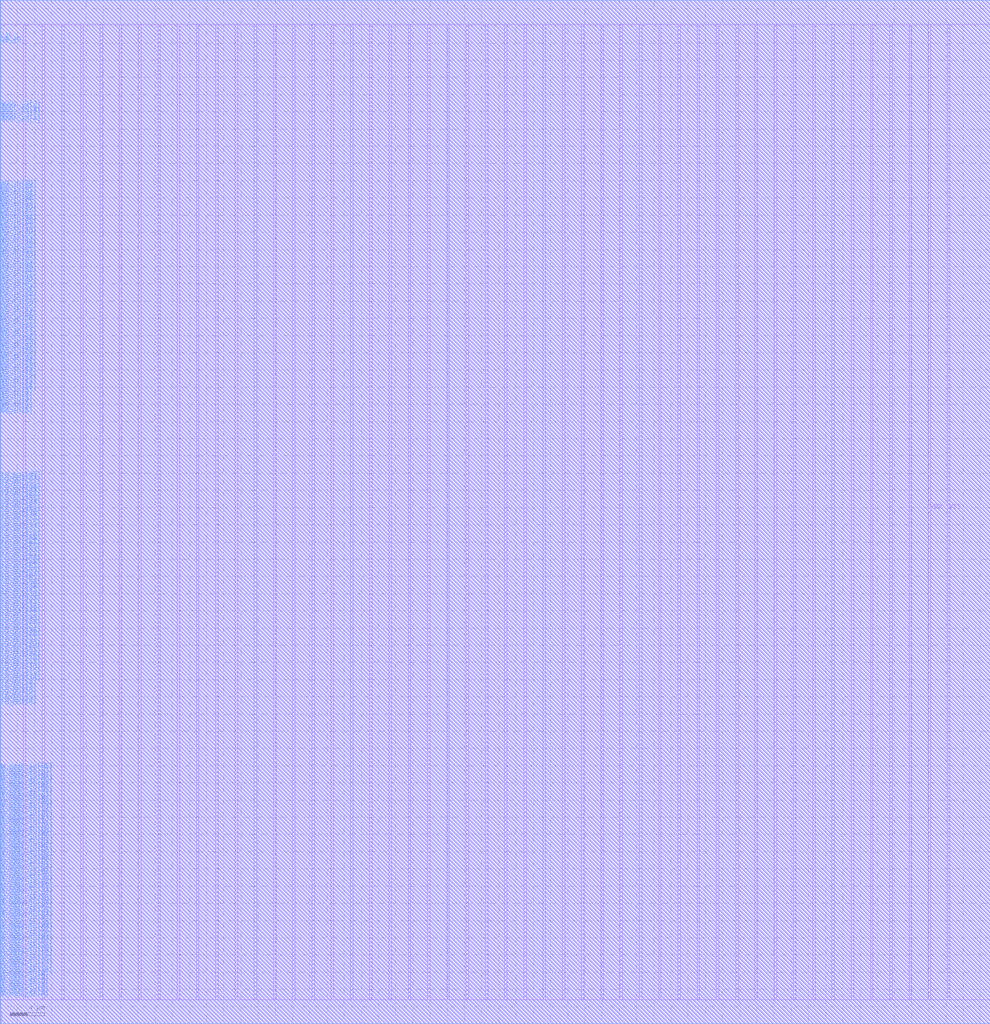
<source format=lef>
VERSION 5.7 ;
BUSBITCHARS "[]" ;
MACRO fakeram45_256x96_bottom
  FOREIGN fakeram45_256x96_bottom 0 0 ;
  SYMMETRY X Y R90 ;
  SIZE 0.19 BY 1.4 ;
  CLASS BLOCK ;
  PIN w_mask_in[0]
    DIRECTION INPUT ;
    USE SIGNAL ;
    SHAPE ABUTMENT ;
    PORT
      LAYER metal3 ;
      RECT 0.000 2.800 0.070 2.870 ;
    END
  END w_mask_in[0]
  PIN w_mask_in[1]
    DIRECTION INPUT ;
    USE SIGNAL ;
    SHAPE ABUTMENT ;
    PORT
      LAYER metal3 ;
      RECT 0.000 3.080 0.070 3.150 ;
    END
  END w_mask_in[1]
  PIN w_mask_in[2]
    DIRECTION INPUT ;
    USE SIGNAL ;
    SHAPE ABUTMENT ;
    PORT
      LAYER metal3 ;
      RECT 0.000 3.360 0.070 3.430 ;
    END
  END w_mask_in[2]
  PIN w_mask_in[3]
    DIRECTION INPUT ;
    USE SIGNAL ;
    SHAPE ABUTMENT ;
    PORT
      LAYER metal3 ;
      RECT 0.000 3.640 0.070 3.710 ;
    END
  END w_mask_in[3]
  PIN w_mask_in[4]
    DIRECTION INPUT ;
    USE SIGNAL ;
    SHAPE ABUTMENT ;
    PORT
      LAYER metal3 ;
      RECT 0.000 3.920 0.070 3.990 ;
    END
  END w_mask_in[4]
  PIN w_mask_in[5]
    DIRECTION INPUT ;
    USE SIGNAL ;
    SHAPE ABUTMENT ;
    PORT
      LAYER metal3 ;
      RECT 0.000 4.200 0.070 4.270 ;
    END
  END w_mask_in[5]
  PIN w_mask_in[6]
    DIRECTION INPUT ;
    USE SIGNAL ;
    SHAPE ABUTMENT ;
    PORT
      LAYER metal3 ;
      RECT 0.000 4.480 0.070 4.550 ;
    END
  END w_mask_in[6]
  PIN w_mask_in[7]
    DIRECTION INPUT ;
    USE SIGNAL ;
    SHAPE ABUTMENT ;
    PORT
      LAYER metal3 ;
      RECT 0.000 4.760 0.070 4.830 ;
    END
  END w_mask_in[7]
  PIN w_mask_in[8]
    DIRECTION INPUT ;
    USE SIGNAL ;
    SHAPE ABUTMENT ;
    PORT
      LAYER metal3 ;
      RECT 0.000 5.040 0.070 5.110 ;
    END
  END w_mask_in[8]
  PIN w_mask_in[9]
    DIRECTION INPUT ;
    USE SIGNAL ;
    SHAPE ABUTMENT ;
    PORT
      LAYER metal3 ;
      RECT 0.000 5.320 0.070 5.390 ;
    END
  END w_mask_in[9]
  PIN w_mask_in[10]
    DIRECTION INPUT ;
    USE SIGNAL ;
    SHAPE ABUTMENT ;
    PORT
      LAYER metal3 ;
      RECT 0.000 5.600 0.070 5.670 ;
    END
  END w_mask_in[10]
  PIN w_mask_in[11]
    DIRECTION INPUT ;
    USE SIGNAL ;
    SHAPE ABUTMENT ;
    PORT
      LAYER metal3 ;
      RECT 0.000 5.880 0.070 5.950 ;
    END
  END w_mask_in[11]
  PIN w_mask_in[12]
    DIRECTION INPUT ;
    USE SIGNAL ;
    SHAPE ABUTMENT ;
    PORT
      LAYER metal3 ;
      RECT 0.000 6.160 0.070 6.230 ;
    END
  END w_mask_in[12]
  PIN w_mask_in[13]
    DIRECTION INPUT ;
    USE SIGNAL ;
    SHAPE ABUTMENT ;
    PORT
      LAYER metal3 ;
      RECT 0.000 6.440 0.070 6.510 ;
    END
  END w_mask_in[13]
  PIN w_mask_in[14]
    DIRECTION INPUT ;
    USE SIGNAL ;
    SHAPE ABUTMENT ;
    PORT
      LAYER metal3 ;
      RECT 0.000 6.720 0.070 6.790 ;
    END
  END w_mask_in[14]
  PIN w_mask_in[15]
    DIRECTION INPUT ;
    USE SIGNAL ;
    SHAPE ABUTMENT ;
    PORT
      LAYER metal3 ;
      RECT 0.000 7.000 0.070 7.070 ;
    END
  END w_mask_in[15]
  PIN w_mask_in[16]
    DIRECTION INPUT ;
    USE SIGNAL ;
    SHAPE ABUTMENT ;
    PORT
      LAYER metal3 ;
      RECT 0.000 7.280 0.070 7.350 ;
    END
  END w_mask_in[16]
  PIN w_mask_in[17]
    DIRECTION INPUT ;
    USE SIGNAL ;
    SHAPE ABUTMENT ;
    PORT
      LAYER metal3 ;
      RECT 0.000 7.560 0.070 7.630 ;
    END
  END w_mask_in[17]
  PIN w_mask_in[18]
    DIRECTION INPUT ;
    USE SIGNAL ;
    SHAPE ABUTMENT ;
    PORT
      LAYER metal3 ;
      RECT 0.000 7.840 0.070 7.910 ;
    END
  END w_mask_in[18]
  PIN w_mask_in[19]
    DIRECTION INPUT ;
    USE SIGNAL ;
    SHAPE ABUTMENT ;
    PORT
      LAYER metal3 ;
      RECT 0.000 8.120 0.070 8.190 ;
    END
  END w_mask_in[19]
  PIN w_mask_in[20]
    DIRECTION INPUT ;
    USE SIGNAL ;
    SHAPE ABUTMENT ;
    PORT
      LAYER metal3 ;
      RECT 0.000 8.400 0.070 8.470 ;
    END
  END w_mask_in[20]
  PIN w_mask_in[21]
    DIRECTION INPUT ;
    USE SIGNAL ;
    SHAPE ABUTMENT ;
    PORT
      LAYER metal3 ;
      RECT 0.000 8.680 0.070 8.750 ;
    END
  END w_mask_in[21]
  PIN w_mask_in[22]
    DIRECTION INPUT ;
    USE SIGNAL ;
    SHAPE ABUTMENT ;
    PORT
      LAYER metal3 ;
      RECT 0.000 8.960 0.070 9.030 ;
    END
  END w_mask_in[22]
  PIN w_mask_in[23]
    DIRECTION INPUT ;
    USE SIGNAL ;
    SHAPE ABUTMENT ;
    PORT
      LAYER metal3 ;
      RECT 0.000 9.240 0.070 9.310 ;
    END
  END w_mask_in[23]
  PIN w_mask_in[24]
    DIRECTION INPUT ;
    USE SIGNAL ;
    SHAPE ABUTMENT ;
    PORT
      LAYER metal3 ;
      RECT 0.000 9.520 0.070 9.590 ;
    END
  END w_mask_in[24]
  PIN w_mask_in[25]
    DIRECTION INPUT ;
    USE SIGNAL ;
    SHAPE ABUTMENT ;
    PORT
      LAYER metal3 ;
      RECT 0.000 9.800 0.070 9.870 ;
    END
  END w_mask_in[25]
  PIN w_mask_in[26]
    DIRECTION INPUT ;
    USE SIGNAL ;
    SHAPE ABUTMENT ;
    PORT
      LAYER metal3 ;
      RECT 0.000 10.080 0.070 10.150 ;
    END
  END w_mask_in[26]
  PIN w_mask_in[27]
    DIRECTION INPUT ;
    USE SIGNAL ;
    SHAPE ABUTMENT ;
    PORT
      LAYER metal3 ;
      RECT 0.000 10.360 0.070 10.430 ;
    END
  END w_mask_in[27]
  PIN w_mask_in[28]
    DIRECTION INPUT ;
    USE SIGNAL ;
    SHAPE ABUTMENT ;
    PORT
      LAYER metal3 ;
      RECT 0.000 10.640 0.070 10.710 ;
    END
  END w_mask_in[28]
  PIN w_mask_in[29]
    DIRECTION INPUT ;
    USE SIGNAL ;
    SHAPE ABUTMENT ;
    PORT
      LAYER metal3 ;
      RECT 0.000 10.920 0.070 10.990 ;
    END
  END w_mask_in[29]
  PIN w_mask_in[30]
    DIRECTION INPUT ;
    USE SIGNAL ;
    SHAPE ABUTMENT ;
    PORT
      LAYER metal3 ;
      RECT 0.000 11.200 0.070 11.270 ;
    END
  END w_mask_in[30]
  PIN w_mask_in[31]
    DIRECTION INPUT ;
    USE SIGNAL ;
    SHAPE ABUTMENT ;
    PORT
      LAYER metal3 ;
      RECT 0.000 11.480 0.070 11.550 ;
    END
  END w_mask_in[31]
  PIN w_mask_in[32]
    DIRECTION INPUT ;
    USE SIGNAL ;
    SHAPE ABUTMENT ;
    PORT
      LAYER metal3 ;
      RECT 0.000 11.760 0.070 11.830 ;
    END
  END w_mask_in[32]
  PIN w_mask_in[33]
    DIRECTION INPUT ;
    USE SIGNAL ;
    SHAPE ABUTMENT ;
    PORT
      LAYER metal3 ;
      RECT 0.000 12.040 0.070 12.110 ;
    END
  END w_mask_in[33]
  PIN w_mask_in[34]
    DIRECTION INPUT ;
    USE SIGNAL ;
    SHAPE ABUTMENT ;
    PORT
      LAYER metal3 ;
      RECT 0.000 12.320 0.070 12.390 ;
    END
  END w_mask_in[34]
  PIN w_mask_in[35]
    DIRECTION INPUT ;
    USE SIGNAL ;
    SHAPE ABUTMENT ;
    PORT
      LAYER metal3 ;
      RECT 0.000 12.600 0.070 12.670 ;
    END
  END w_mask_in[35]
  PIN w_mask_in[36]
    DIRECTION INPUT ;
    USE SIGNAL ;
    SHAPE ABUTMENT ;
    PORT
      LAYER metal3 ;
      RECT 0.000 12.880 0.070 12.950 ;
    END
  END w_mask_in[36]
  PIN w_mask_in[37]
    DIRECTION INPUT ;
    USE SIGNAL ;
    SHAPE ABUTMENT ;
    PORT
      LAYER metal3 ;
      RECT 0.000 13.160 0.070 13.230 ;
    END
  END w_mask_in[37]
  PIN w_mask_in[38]
    DIRECTION INPUT ;
    USE SIGNAL ;
    SHAPE ABUTMENT ;
    PORT
      LAYER metal3 ;
      RECT 0.000 13.440 0.070 13.510 ;
    END
  END w_mask_in[38]
  PIN w_mask_in[39]
    DIRECTION INPUT ;
    USE SIGNAL ;
    SHAPE ABUTMENT ;
    PORT
      LAYER metal3 ;
      RECT 0.000 13.720 0.070 13.790 ;
    END
  END w_mask_in[39]
  PIN w_mask_in[40]
    DIRECTION INPUT ;
    USE SIGNAL ;
    SHAPE ABUTMENT ;
    PORT
      LAYER metal3 ;
      RECT 0.000 14.000 0.070 14.070 ;
    END
  END w_mask_in[40]
  PIN w_mask_in[41]
    DIRECTION INPUT ;
    USE SIGNAL ;
    SHAPE ABUTMENT ;
    PORT
      LAYER metal3 ;
      RECT 0.000 14.280 0.070 14.350 ;
    END
  END w_mask_in[41]
  PIN w_mask_in[42]
    DIRECTION INPUT ;
    USE SIGNAL ;
    SHAPE ABUTMENT ;
    PORT
      LAYER metal3 ;
      RECT 0.000 14.560 0.070 14.630 ;
    END
  END w_mask_in[42]
  PIN w_mask_in[43]
    DIRECTION INPUT ;
    USE SIGNAL ;
    SHAPE ABUTMENT ;
    PORT
      LAYER metal3 ;
      RECT 0.000 14.840 0.070 14.910 ;
    END
  END w_mask_in[43]
  PIN w_mask_in[44]
    DIRECTION INPUT ;
    USE SIGNAL ;
    SHAPE ABUTMENT ;
    PORT
      LAYER metal3 ;
      RECT 0.000 15.120 0.070 15.190 ;
    END
  END w_mask_in[44]
  PIN w_mask_in[45]
    DIRECTION INPUT ;
    USE SIGNAL ;
    SHAPE ABUTMENT ;
    PORT
      LAYER metal3 ;
      RECT 0.000 15.400 0.070 15.470 ;
    END
  END w_mask_in[45]
  PIN w_mask_in[46]
    DIRECTION INPUT ;
    USE SIGNAL ;
    SHAPE ABUTMENT ;
    PORT
      LAYER metal3 ;
      RECT 0.000 15.680 0.070 15.750 ;
    END
  END w_mask_in[46]
  PIN w_mask_in[47]
    DIRECTION INPUT ;
    USE SIGNAL ;
    SHAPE ABUTMENT ;
    PORT
      LAYER metal3 ;
      RECT 0.000 15.960 0.070 16.030 ;
    END
  END w_mask_in[47]
  PIN w_mask_in[48]
    DIRECTION INPUT ;
    USE SIGNAL ;
    SHAPE ABUTMENT ;
    PORT
      LAYER metal3 ;
      RECT 0.000 16.240 0.070 16.310 ;
    END
  END w_mask_in[48]
  PIN w_mask_in[49]
    DIRECTION INPUT ;
    USE SIGNAL ;
    SHAPE ABUTMENT ;
    PORT
      LAYER metal3 ;
      RECT 0.000 16.520 0.070 16.590 ;
    END
  END w_mask_in[49]
  PIN w_mask_in[50]
    DIRECTION INPUT ;
    USE SIGNAL ;
    SHAPE ABUTMENT ;
    PORT
      LAYER metal3 ;
      RECT 0.000 16.800 0.070 16.870 ;
    END
  END w_mask_in[50]
  PIN w_mask_in[51]
    DIRECTION INPUT ;
    USE SIGNAL ;
    SHAPE ABUTMENT ;
    PORT
      LAYER metal3 ;
      RECT 0.000 17.080 0.070 17.150 ;
    END
  END w_mask_in[51]
  PIN w_mask_in[52]
    DIRECTION INPUT ;
    USE SIGNAL ;
    SHAPE ABUTMENT ;
    PORT
      LAYER metal3 ;
      RECT 0.000 17.360 0.070 17.430 ;
    END
  END w_mask_in[52]
  PIN w_mask_in[53]
    DIRECTION INPUT ;
    USE SIGNAL ;
    SHAPE ABUTMENT ;
    PORT
      LAYER metal3 ;
      RECT 0.000 17.640 0.070 17.710 ;
    END
  END w_mask_in[53]
  PIN w_mask_in[54]
    DIRECTION INPUT ;
    USE SIGNAL ;
    SHAPE ABUTMENT ;
    PORT
      LAYER metal3 ;
      RECT 0.000 17.920 0.070 17.990 ;
    END
  END w_mask_in[54]
  PIN w_mask_in[55]
    DIRECTION INPUT ;
    USE SIGNAL ;
    SHAPE ABUTMENT ;
    PORT
      LAYER metal3 ;
      RECT 0.000 18.200 0.070 18.270 ;
    END
  END w_mask_in[55]
  PIN w_mask_in[56]
    DIRECTION INPUT ;
    USE SIGNAL ;
    SHAPE ABUTMENT ;
    PORT
      LAYER metal3 ;
      RECT 0.000 18.480 0.070 18.550 ;
    END
  END w_mask_in[56]
  PIN w_mask_in[57]
    DIRECTION INPUT ;
    USE SIGNAL ;
    SHAPE ABUTMENT ;
    PORT
      LAYER metal3 ;
      RECT 0.000 18.760 0.070 18.830 ;
    END
  END w_mask_in[57]
  PIN w_mask_in[58]
    DIRECTION INPUT ;
    USE SIGNAL ;
    SHAPE ABUTMENT ;
    PORT
      LAYER metal3 ;
      RECT 0.000 19.040 0.070 19.110 ;
    END
  END w_mask_in[58]
  PIN w_mask_in[59]
    DIRECTION INPUT ;
    USE SIGNAL ;
    SHAPE ABUTMENT ;
    PORT
      LAYER metal3 ;
      RECT 0.000 19.320 0.070 19.390 ;
    END
  END w_mask_in[59]
  PIN w_mask_in[60]
    DIRECTION INPUT ;
    USE SIGNAL ;
    SHAPE ABUTMENT ;
    PORT
      LAYER metal3 ;
      RECT 0.000 19.600 0.070 19.670 ;
    END
  END w_mask_in[60]
  PIN w_mask_in[61]
    DIRECTION INPUT ;
    USE SIGNAL ;
    SHAPE ABUTMENT ;
    PORT
      LAYER metal3 ;
      RECT 0.000 19.880 0.070 19.950 ;
    END
  END w_mask_in[61]
  PIN w_mask_in[62]
    DIRECTION INPUT ;
    USE SIGNAL ;
    SHAPE ABUTMENT ;
    PORT
      LAYER metal3 ;
      RECT 0.000 20.160 0.070 20.230 ;
    END
  END w_mask_in[62]
  PIN w_mask_in[63]
    DIRECTION INPUT ;
    USE SIGNAL ;
    SHAPE ABUTMENT ;
    PORT
      LAYER metal3 ;
      RECT 0.000 20.440 0.070 20.510 ;
    END
  END w_mask_in[63]
  PIN w_mask_in[64]
    DIRECTION INPUT ;
    USE SIGNAL ;
    SHAPE ABUTMENT ;
    PORT
      LAYER metal3 ;
      RECT 0.000 20.720 0.070 20.790 ;
    END
  END w_mask_in[64]
  PIN w_mask_in[65]
    DIRECTION INPUT ;
    USE SIGNAL ;
    SHAPE ABUTMENT ;
    PORT
      LAYER metal3 ;
      RECT 0.000 21.000 0.070 21.070 ;
    END
  END w_mask_in[65]
  PIN w_mask_in[66]
    DIRECTION INPUT ;
    USE SIGNAL ;
    SHAPE ABUTMENT ;
    PORT
      LAYER metal3 ;
      RECT 0.000 21.280 0.070 21.350 ;
    END
  END w_mask_in[66]
  PIN w_mask_in[67]
    DIRECTION INPUT ;
    USE SIGNAL ;
    SHAPE ABUTMENT ;
    PORT
      LAYER metal3 ;
      RECT 0.000 21.560 0.070 21.630 ;
    END
  END w_mask_in[67]
  PIN w_mask_in[68]
    DIRECTION INPUT ;
    USE SIGNAL ;
    SHAPE ABUTMENT ;
    PORT
      LAYER metal3 ;
      RECT 0.000 21.840 0.070 21.910 ;
    END
  END w_mask_in[68]
  PIN w_mask_in[69]
    DIRECTION INPUT ;
    USE SIGNAL ;
    SHAPE ABUTMENT ;
    PORT
      LAYER metal3 ;
      RECT 0.000 22.120 0.070 22.190 ;
    END
  END w_mask_in[69]
  PIN w_mask_in[70]
    DIRECTION INPUT ;
    USE SIGNAL ;
    SHAPE ABUTMENT ;
    PORT
      LAYER metal3 ;
      RECT 0.000 22.400 0.070 22.470 ;
    END
  END w_mask_in[70]
  PIN w_mask_in[71]
    DIRECTION INPUT ;
    USE SIGNAL ;
    SHAPE ABUTMENT ;
    PORT
      LAYER metal3 ;
      RECT 0.000 22.680 0.070 22.750 ;
    END
  END w_mask_in[71]
  PIN w_mask_in[72]
    DIRECTION INPUT ;
    USE SIGNAL ;
    SHAPE ABUTMENT ;
    PORT
      LAYER metal3 ;
      RECT 0.000 22.960 0.070 23.030 ;
    END
  END w_mask_in[72]
  PIN w_mask_in[73]
    DIRECTION INPUT ;
    USE SIGNAL ;
    SHAPE ABUTMENT ;
    PORT
      LAYER metal3 ;
      RECT 0.000 23.240 0.070 23.310 ;
    END
  END w_mask_in[73]
  PIN w_mask_in[74]
    DIRECTION INPUT ;
    USE SIGNAL ;
    SHAPE ABUTMENT ;
    PORT
      LAYER metal3 ;
      RECT 0.000 23.520 0.070 23.590 ;
    END
  END w_mask_in[74]
  PIN w_mask_in[75]
    DIRECTION INPUT ;
    USE SIGNAL ;
    SHAPE ABUTMENT ;
    PORT
      LAYER metal3 ;
      RECT 0.000 23.800 0.070 23.870 ;
    END
  END w_mask_in[75]
  PIN w_mask_in[76]
    DIRECTION INPUT ;
    USE SIGNAL ;
    SHAPE ABUTMENT ;
    PORT
      LAYER metal3 ;
      RECT 0.000 24.080 0.070 24.150 ;
    END
  END w_mask_in[76]
  PIN w_mask_in[77]
    DIRECTION INPUT ;
    USE SIGNAL ;
    SHAPE ABUTMENT ;
    PORT
      LAYER metal3 ;
      RECT 0.000 24.360 0.070 24.430 ;
    END
  END w_mask_in[77]
  PIN w_mask_in[78]
    DIRECTION INPUT ;
    USE SIGNAL ;
    SHAPE ABUTMENT ;
    PORT
      LAYER metal3 ;
      RECT 0.000 24.640 0.070 24.710 ;
    END
  END w_mask_in[78]
  PIN w_mask_in[79]
    DIRECTION INPUT ;
    USE SIGNAL ;
    SHAPE ABUTMENT ;
    PORT
      LAYER metal3 ;
      RECT 0.000 24.920 0.070 24.990 ;
    END
  END w_mask_in[79]
  PIN w_mask_in[80]
    DIRECTION INPUT ;
    USE SIGNAL ;
    SHAPE ABUTMENT ;
    PORT
      LAYER metal3 ;
      RECT 0.000 25.200 0.070 25.270 ;
    END
  END w_mask_in[80]
  PIN w_mask_in[81]
    DIRECTION INPUT ;
    USE SIGNAL ;
    SHAPE ABUTMENT ;
    PORT
      LAYER metal3 ;
      RECT 0.000 25.480 0.070 25.550 ;
    END
  END w_mask_in[81]
  PIN w_mask_in[82]
    DIRECTION INPUT ;
    USE SIGNAL ;
    SHAPE ABUTMENT ;
    PORT
      LAYER metal3 ;
      RECT 0.000 25.760 0.070 25.830 ;
    END
  END w_mask_in[82]
  PIN w_mask_in[83]
    DIRECTION INPUT ;
    USE SIGNAL ;
    SHAPE ABUTMENT ;
    PORT
      LAYER metal3 ;
      RECT 0.000 26.040 0.070 26.110 ;
    END
  END w_mask_in[83]
  PIN w_mask_in[84]
    DIRECTION INPUT ;
    USE SIGNAL ;
    SHAPE ABUTMENT ;
    PORT
      LAYER metal3 ;
      RECT 0.000 26.320 0.070 26.390 ;
    END
  END w_mask_in[84]
  PIN w_mask_in[85]
    DIRECTION INPUT ;
    USE SIGNAL ;
    SHAPE ABUTMENT ;
    PORT
      LAYER metal3 ;
      RECT 0.000 26.600 0.070 26.670 ;
    END
  END w_mask_in[85]
  PIN w_mask_in[86]
    DIRECTION INPUT ;
    USE SIGNAL ;
    SHAPE ABUTMENT ;
    PORT
      LAYER metal3 ;
      RECT 0.000 26.880 0.070 26.950 ;
    END
  END w_mask_in[86]
  PIN w_mask_in[87]
    DIRECTION INPUT ;
    USE SIGNAL ;
    SHAPE ABUTMENT ;
    PORT
      LAYER metal3 ;
      RECT 0.000 27.160 0.070 27.230 ;
    END
  END w_mask_in[87]
  PIN w_mask_in[88]
    DIRECTION INPUT ;
    USE SIGNAL ;
    SHAPE ABUTMENT ;
    PORT
      LAYER metal3 ;
      RECT 0.000 27.440 0.070 27.510 ;
    END
  END w_mask_in[88]
  PIN w_mask_in[89]
    DIRECTION INPUT ;
    USE SIGNAL ;
    SHAPE ABUTMENT ;
    PORT
      LAYER metal3 ;
      RECT 0.000 27.720 0.070 27.790 ;
    END
  END w_mask_in[89]
  PIN w_mask_in[90]
    DIRECTION INPUT ;
    USE SIGNAL ;
    SHAPE ABUTMENT ;
    PORT
      LAYER metal3 ;
      RECT 0.000 28.000 0.070 28.070 ;
    END
  END w_mask_in[90]
  PIN w_mask_in[91]
    DIRECTION INPUT ;
    USE SIGNAL ;
    SHAPE ABUTMENT ;
    PORT
      LAYER metal3 ;
      RECT 0.000 28.280 0.070 28.350 ;
    END
  END w_mask_in[91]
  PIN w_mask_in[92]
    DIRECTION INPUT ;
    USE SIGNAL ;
    SHAPE ABUTMENT ;
    PORT
      LAYER metal3 ;
      RECT 0.000 28.560 0.070 28.630 ;
    END
  END w_mask_in[92]
  PIN w_mask_in[93]
    DIRECTION INPUT ;
    USE SIGNAL ;
    SHAPE ABUTMENT ;
    PORT
      LAYER metal3 ;
      RECT 0.000 28.840 0.070 28.910 ;
    END
  END w_mask_in[93]
  PIN w_mask_in[94]
    DIRECTION INPUT ;
    USE SIGNAL ;
    SHAPE ABUTMENT ;
    PORT
      LAYER metal3 ;
      RECT 0.000 29.120 0.070 29.190 ;
    END
  END w_mask_in[94]
  PIN w_mask_in[95]
    DIRECTION INPUT ;
    USE SIGNAL ;
    SHAPE ABUTMENT ;
    PORT
      LAYER metal3 ;
      RECT 0.000 29.400 0.070 29.470 ;
    END
  END w_mask_in[95]
  PIN rd_out[0]
    DIRECTION OUTPUT ;
    USE SIGNAL ;
    SHAPE ABUTMENT ;
    PORT
      LAYER metal3 ;
      RECT 0.000 36.680 0.070 36.750 ;
    END
  END rd_out[0]
  PIN rd_out[1]
    DIRECTION OUTPUT ;
    USE SIGNAL ;
    SHAPE ABUTMENT ;
    PORT
      LAYER metal3 ;
      RECT 0.000 36.960 0.070 37.030 ;
    END
  END rd_out[1]
  PIN rd_out[2]
    DIRECTION OUTPUT ;
    USE SIGNAL ;
    SHAPE ABUTMENT ;
    PORT
      LAYER metal3 ;
      RECT 0.000 37.240 0.070 37.310 ;
    END
  END rd_out[2]
  PIN rd_out[3]
    DIRECTION OUTPUT ;
    USE SIGNAL ;
    SHAPE ABUTMENT ;
    PORT
      LAYER metal3 ;
      RECT 0.000 37.520 0.070 37.590 ;
    END
  END rd_out[3]
  PIN rd_out[4]
    DIRECTION OUTPUT ;
    USE SIGNAL ;
    SHAPE ABUTMENT ;
    PORT
      LAYER metal3 ;
      RECT 0.000 37.800 0.070 37.870 ;
    END
  END rd_out[4]
  PIN rd_out[5]
    DIRECTION OUTPUT ;
    USE SIGNAL ;
    SHAPE ABUTMENT ;
    PORT
      LAYER metal3 ;
      RECT 0.000 38.080 0.070 38.150 ;
    END
  END rd_out[5]
  PIN rd_out[6]
    DIRECTION OUTPUT ;
    USE SIGNAL ;
    SHAPE ABUTMENT ;
    PORT
      LAYER metal3 ;
      RECT 0.000 38.360 0.070 38.430 ;
    END
  END rd_out[6]
  PIN rd_out[7]
    DIRECTION OUTPUT ;
    USE SIGNAL ;
    SHAPE ABUTMENT ;
    PORT
      LAYER metal3 ;
      RECT 0.000 38.640 0.070 38.710 ;
    END
  END rd_out[7]
  PIN rd_out[8]
    DIRECTION OUTPUT ;
    USE SIGNAL ;
    SHAPE ABUTMENT ;
    PORT
      LAYER metal3 ;
      RECT 0.000 38.920 0.070 38.990 ;
    END
  END rd_out[8]
  PIN rd_out[9]
    DIRECTION OUTPUT ;
    USE SIGNAL ;
    SHAPE ABUTMENT ;
    PORT
      LAYER metal3 ;
      RECT 0.000 39.200 0.070 39.270 ;
    END
  END rd_out[9]
  PIN rd_out[10]
    DIRECTION OUTPUT ;
    USE SIGNAL ;
    SHAPE ABUTMENT ;
    PORT
      LAYER metal3 ;
      RECT 0.000 39.480 0.070 39.550 ;
    END
  END rd_out[10]
  PIN rd_out[11]
    DIRECTION OUTPUT ;
    USE SIGNAL ;
    SHAPE ABUTMENT ;
    PORT
      LAYER metal3 ;
      RECT 0.000 39.760 0.070 39.830 ;
    END
  END rd_out[11]
  PIN rd_out[12]
    DIRECTION OUTPUT ;
    USE SIGNAL ;
    SHAPE ABUTMENT ;
    PORT
      LAYER metal3 ;
      RECT 0.000 40.040 0.070 40.110 ;
    END
  END rd_out[12]
  PIN rd_out[13]
    DIRECTION OUTPUT ;
    USE SIGNAL ;
    SHAPE ABUTMENT ;
    PORT
      LAYER metal3 ;
      RECT 0.000 40.320 0.070 40.390 ;
    END
  END rd_out[13]
  PIN rd_out[14]
    DIRECTION OUTPUT ;
    USE SIGNAL ;
    SHAPE ABUTMENT ;
    PORT
      LAYER metal3 ;
      RECT 0.000 40.600 0.070 40.670 ;
    END
  END rd_out[14]
  PIN rd_out[15]
    DIRECTION OUTPUT ;
    USE SIGNAL ;
    SHAPE ABUTMENT ;
    PORT
      LAYER metal3 ;
      RECT 0.000 40.880 0.070 40.950 ;
    END
  END rd_out[15]
  PIN rd_out[16]
    DIRECTION OUTPUT ;
    USE SIGNAL ;
    SHAPE ABUTMENT ;
    PORT
      LAYER metal3 ;
      RECT 0.000 41.160 0.070 41.230 ;
    END
  END rd_out[16]
  PIN rd_out[17]
    DIRECTION OUTPUT ;
    USE SIGNAL ;
    SHAPE ABUTMENT ;
    PORT
      LAYER metal3 ;
      RECT 0.000 41.440 0.070 41.510 ;
    END
  END rd_out[17]
  PIN rd_out[18]
    DIRECTION OUTPUT ;
    USE SIGNAL ;
    SHAPE ABUTMENT ;
    PORT
      LAYER metal3 ;
      RECT 0.000 41.720 0.070 41.790 ;
    END
  END rd_out[18]
  PIN rd_out[19]
    DIRECTION OUTPUT ;
    USE SIGNAL ;
    SHAPE ABUTMENT ;
    PORT
      LAYER metal3 ;
      RECT 0.000 42.000 0.070 42.070 ;
    END
  END rd_out[19]
  PIN rd_out[20]
    DIRECTION OUTPUT ;
    USE SIGNAL ;
    SHAPE ABUTMENT ;
    PORT
      LAYER metal3 ;
      RECT 0.000 42.280 0.070 42.350 ;
    END
  END rd_out[20]
  PIN rd_out[21]
    DIRECTION OUTPUT ;
    USE SIGNAL ;
    SHAPE ABUTMENT ;
    PORT
      LAYER metal3 ;
      RECT 0.000 42.560 0.070 42.630 ;
    END
  END rd_out[21]
  PIN rd_out[22]
    DIRECTION OUTPUT ;
    USE SIGNAL ;
    SHAPE ABUTMENT ;
    PORT
      LAYER metal3 ;
      RECT 0.000 42.840 0.070 42.910 ;
    END
  END rd_out[22]
  PIN rd_out[23]
    DIRECTION OUTPUT ;
    USE SIGNAL ;
    SHAPE ABUTMENT ;
    PORT
      LAYER metal3 ;
      RECT 0.000 43.120 0.070 43.190 ;
    END
  END rd_out[23]
  PIN rd_out[24]
    DIRECTION OUTPUT ;
    USE SIGNAL ;
    SHAPE ABUTMENT ;
    PORT
      LAYER metal3 ;
      RECT 0.000 43.400 0.070 43.470 ;
    END
  END rd_out[24]
  PIN rd_out[25]
    DIRECTION OUTPUT ;
    USE SIGNAL ;
    SHAPE ABUTMENT ;
    PORT
      LAYER metal3 ;
      RECT 0.000 43.680 0.070 43.750 ;
    END
  END rd_out[25]
  PIN rd_out[26]
    DIRECTION OUTPUT ;
    USE SIGNAL ;
    SHAPE ABUTMENT ;
    PORT
      LAYER metal3 ;
      RECT 0.000 43.960 0.070 44.030 ;
    END
  END rd_out[26]
  PIN rd_out[27]
    DIRECTION OUTPUT ;
    USE SIGNAL ;
    SHAPE ABUTMENT ;
    PORT
      LAYER metal3 ;
      RECT 0.000 44.240 0.070 44.310 ;
    END
  END rd_out[27]
  PIN rd_out[28]
    DIRECTION OUTPUT ;
    USE SIGNAL ;
    SHAPE ABUTMENT ;
    PORT
      LAYER metal3 ;
      RECT 0.000 44.520 0.070 44.590 ;
    END
  END rd_out[28]
  PIN rd_out[29]
    DIRECTION OUTPUT ;
    USE SIGNAL ;
    SHAPE ABUTMENT ;
    PORT
      LAYER metal3 ;
      RECT 0.000 44.800 0.070 44.870 ;
    END
  END rd_out[29]
  PIN rd_out[30]
    DIRECTION OUTPUT ;
    USE SIGNAL ;
    SHAPE ABUTMENT ;
    PORT
      LAYER metal3 ;
      RECT 0.000 45.080 0.070 45.150 ;
    END
  END rd_out[30]
  PIN rd_out[31]
    DIRECTION OUTPUT ;
    USE SIGNAL ;
    SHAPE ABUTMENT ;
    PORT
      LAYER metal3 ;
      RECT 0.000 45.360 0.070 45.430 ;
    END
  END rd_out[31]
  PIN rd_out[32]
    DIRECTION OUTPUT ;
    USE SIGNAL ;
    SHAPE ABUTMENT ;
    PORT
      LAYER metal3 ;
      RECT 0.000 45.640 0.070 45.710 ;
    END
  END rd_out[32]
  PIN rd_out[33]
    DIRECTION OUTPUT ;
    USE SIGNAL ;
    SHAPE ABUTMENT ;
    PORT
      LAYER metal3 ;
      RECT 0.000 45.920 0.070 45.990 ;
    END
  END rd_out[33]
  PIN rd_out[34]
    DIRECTION OUTPUT ;
    USE SIGNAL ;
    SHAPE ABUTMENT ;
    PORT
      LAYER metal3 ;
      RECT 0.000 46.200 0.070 46.270 ;
    END
  END rd_out[34]
  PIN rd_out[35]
    DIRECTION OUTPUT ;
    USE SIGNAL ;
    SHAPE ABUTMENT ;
    PORT
      LAYER metal3 ;
      RECT 0.000 46.480 0.070 46.550 ;
    END
  END rd_out[35]
  PIN rd_out[36]
    DIRECTION OUTPUT ;
    USE SIGNAL ;
    SHAPE ABUTMENT ;
    PORT
      LAYER metal3 ;
      RECT 0.000 46.760 0.070 46.830 ;
    END
  END rd_out[36]
  PIN rd_out[37]
    DIRECTION OUTPUT ;
    USE SIGNAL ;
    SHAPE ABUTMENT ;
    PORT
      LAYER metal3 ;
      RECT 0.000 47.040 0.070 47.110 ;
    END
  END rd_out[37]
  PIN rd_out[38]
    DIRECTION OUTPUT ;
    USE SIGNAL ;
    SHAPE ABUTMENT ;
    PORT
      LAYER metal3 ;
      RECT 0.000 47.320 0.070 47.390 ;
    END
  END rd_out[38]
  PIN rd_out[39]
    DIRECTION OUTPUT ;
    USE SIGNAL ;
    SHAPE ABUTMENT ;
    PORT
      LAYER metal3 ;
      RECT 0.000 47.600 0.070 47.670 ;
    END
  END rd_out[39]
  PIN rd_out[40]
    DIRECTION OUTPUT ;
    USE SIGNAL ;
    SHAPE ABUTMENT ;
    PORT
      LAYER metal3 ;
      RECT 0.000 47.880 0.070 47.950 ;
    END
  END rd_out[40]
  PIN rd_out[41]
    DIRECTION OUTPUT ;
    USE SIGNAL ;
    SHAPE ABUTMENT ;
    PORT
      LAYER metal3 ;
      RECT 0.000 48.160 0.070 48.230 ;
    END
  END rd_out[41]
  PIN rd_out[42]
    DIRECTION OUTPUT ;
    USE SIGNAL ;
    SHAPE ABUTMENT ;
    PORT
      LAYER metal3 ;
      RECT 0.000 48.440 0.070 48.510 ;
    END
  END rd_out[42]
  PIN rd_out[43]
    DIRECTION OUTPUT ;
    USE SIGNAL ;
    SHAPE ABUTMENT ;
    PORT
      LAYER metal3 ;
      RECT 0.000 48.720 0.070 48.790 ;
    END
  END rd_out[43]
  PIN rd_out[44]
    DIRECTION OUTPUT ;
    USE SIGNAL ;
    SHAPE ABUTMENT ;
    PORT
      LAYER metal3 ;
      RECT 0.000 49.000 0.070 49.070 ;
    END
  END rd_out[44]
  PIN rd_out[45]
    DIRECTION OUTPUT ;
    USE SIGNAL ;
    SHAPE ABUTMENT ;
    PORT
      LAYER metal3 ;
      RECT 0.000 49.280 0.070 49.350 ;
    END
  END rd_out[45]
  PIN rd_out[46]
    DIRECTION OUTPUT ;
    USE SIGNAL ;
    SHAPE ABUTMENT ;
    PORT
      LAYER metal3 ;
      RECT 0.000 49.560 0.070 49.630 ;
    END
  END rd_out[46]
  PIN rd_out[47]
    DIRECTION OUTPUT ;
    USE SIGNAL ;
    SHAPE ABUTMENT ;
    PORT
      LAYER metal3 ;
      RECT 0.000 49.840 0.070 49.910 ;
    END
  END rd_out[47]
  PIN rd_out[48]
    DIRECTION OUTPUT ;
    USE SIGNAL ;
    SHAPE ABUTMENT ;
    PORT
      LAYER metal3 ;
      RECT 0.000 50.120 0.070 50.190 ;
    END
  END rd_out[48]
  PIN rd_out[49]
    DIRECTION OUTPUT ;
    USE SIGNAL ;
    SHAPE ABUTMENT ;
    PORT
      LAYER metal3 ;
      RECT 0.000 50.400 0.070 50.470 ;
    END
  END rd_out[49]
  PIN rd_out[50]
    DIRECTION OUTPUT ;
    USE SIGNAL ;
    SHAPE ABUTMENT ;
    PORT
      LAYER metal3 ;
      RECT 0.000 50.680 0.070 50.750 ;
    END
  END rd_out[50]
  PIN rd_out[51]
    DIRECTION OUTPUT ;
    USE SIGNAL ;
    SHAPE ABUTMENT ;
    PORT
      LAYER metal3 ;
      RECT 0.000 50.960 0.070 51.030 ;
    END
  END rd_out[51]
  PIN rd_out[52]
    DIRECTION OUTPUT ;
    USE SIGNAL ;
    SHAPE ABUTMENT ;
    PORT
      LAYER metal3 ;
      RECT 0.000 51.240 0.070 51.310 ;
    END
  END rd_out[52]
  PIN rd_out[53]
    DIRECTION OUTPUT ;
    USE SIGNAL ;
    SHAPE ABUTMENT ;
    PORT
      LAYER metal3 ;
      RECT 0.000 51.520 0.070 51.590 ;
    END
  END rd_out[53]
  PIN rd_out[54]
    DIRECTION OUTPUT ;
    USE SIGNAL ;
    SHAPE ABUTMENT ;
    PORT
      LAYER metal3 ;
      RECT 0.000 51.800 0.070 51.870 ;
    END
  END rd_out[54]
  PIN rd_out[55]
    DIRECTION OUTPUT ;
    USE SIGNAL ;
    SHAPE ABUTMENT ;
    PORT
      LAYER metal3 ;
      RECT 0.000 52.080 0.070 52.150 ;
    END
  END rd_out[55]
  PIN rd_out[56]
    DIRECTION OUTPUT ;
    USE SIGNAL ;
    SHAPE ABUTMENT ;
    PORT
      LAYER metal3 ;
      RECT 0.000 52.360 0.070 52.430 ;
    END
  END rd_out[56]
  PIN rd_out[57]
    DIRECTION OUTPUT ;
    USE SIGNAL ;
    SHAPE ABUTMENT ;
    PORT
      LAYER metal3 ;
      RECT 0.000 52.640 0.070 52.710 ;
    END
  END rd_out[57]
  PIN rd_out[58]
    DIRECTION OUTPUT ;
    USE SIGNAL ;
    SHAPE ABUTMENT ;
    PORT
      LAYER metal3 ;
      RECT 0.000 52.920 0.070 52.990 ;
    END
  END rd_out[58]
  PIN rd_out[59]
    DIRECTION OUTPUT ;
    USE SIGNAL ;
    SHAPE ABUTMENT ;
    PORT
      LAYER metal3 ;
      RECT 0.000 53.200 0.070 53.270 ;
    END
  END rd_out[59]
  PIN rd_out[60]
    DIRECTION OUTPUT ;
    USE SIGNAL ;
    SHAPE ABUTMENT ;
    PORT
      LAYER metal3 ;
      RECT 0.000 53.480 0.070 53.550 ;
    END
  END rd_out[60]
  PIN rd_out[61]
    DIRECTION OUTPUT ;
    USE SIGNAL ;
    SHAPE ABUTMENT ;
    PORT
      LAYER metal3 ;
      RECT 0.000 53.760 0.070 53.830 ;
    END
  END rd_out[61]
  PIN rd_out[62]
    DIRECTION OUTPUT ;
    USE SIGNAL ;
    SHAPE ABUTMENT ;
    PORT
      LAYER metal3 ;
      RECT 0.000 54.040 0.070 54.110 ;
    END
  END rd_out[62]
  PIN rd_out[63]
    DIRECTION OUTPUT ;
    USE SIGNAL ;
    SHAPE ABUTMENT ;
    PORT
      LAYER metal3 ;
      RECT 0.000 54.320 0.070 54.390 ;
    END
  END rd_out[63]
  PIN rd_out[64]
    DIRECTION OUTPUT ;
    USE SIGNAL ;
    SHAPE ABUTMENT ;
    PORT
      LAYER metal3 ;
      RECT 0.000 54.600 0.070 54.670 ;
    END
  END rd_out[64]
  PIN rd_out[65]
    DIRECTION OUTPUT ;
    USE SIGNAL ;
    SHAPE ABUTMENT ;
    PORT
      LAYER metal3 ;
      RECT 0.000 54.880 0.070 54.950 ;
    END
  END rd_out[65]
  PIN rd_out[66]
    DIRECTION OUTPUT ;
    USE SIGNAL ;
    SHAPE ABUTMENT ;
    PORT
      LAYER metal3 ;
      RECT 0.000 55.160 0.070 55.230 ;
    END
  END rd_out[66]
  PIN rd_out[67]
    DIRECTION OUTPUT ;
    USE SIGNAL ;
    SHAPE ABUTMENT ;
    PORT
      LAYER metal3 ;
      RECT 0.000 55.440 0.070 55.510 ;
    END
  END rd_out[67]
  PIN rd_out[68]
    DIRECTION OUTPUT ;
    USE SIGNAL ;
    SHAPE ABUTMENT ;
    PORT
      LAYER metal3 ;
      RECT 0.000 55.720 0.070 55.790 ;
    END
  END rd_out[68]
  PIN rd_out[69]
    DIRECTION OUTPUT ;
    USE SIGNAL ;
    SHAPE ABUTMENT ;
    PORT
      LAYER metal3 ;
      RECT 0.000 56.000 0.070 56.070 ;
    END
  END rd_out[69]
  PIN rd_out[70]
    DIRECTION OUTPUT ;
    USE SIGNAL ;
    SHAPE ABUTMENT ;
    PORT
      LAYER metal3 ;
      RECT 0.000 56.280 0.070 56.350 ;
    END
  END rd_out[70]
  PIN rd_out[71]
    DIRECTION OUTPUT ;
    USE SIGNAL ;
    SHAPE ABUTMENT ;
    PORT
      LAYER metal3 ;
      RECT 0.000 56.560 0.070 56.630 ;
    END
  END rd_out[71]
  PIN rd_out[72]
    DIRECTION OUTPUT ;
    USE SIGNAL ;
    SHAPE ABUTMENT ;
    PORT
      LAYER metal3 ;
      RECT 0.000 56.840 0.070 56.910 ;
    END
  END rd_out[72]
  PIN rd_out[73]
    DIRECTION OUTPUT ;
    USE SIGNAL ;
    SHAPE ABUTMENT ;
    PORT
      LAYER metal3 ;
      RECT 0.000 57.120 0.070 57.190 ;
    END
  END rd_out[73]
  PIN rd_out[74]
    DIRECTION OUTPUT ;
    USE SIGNAL ;
    SHAPE ABUTMENT ;
    PORT
      LAYER metal3 ;
      RECT 0.000 57.400 0.070 57.470 ;
    END
  END rd_out[74]
  PIN rd_out[75]
    DIRECTION OUTPUT ;
    USE SIGNAL ;
    SHAPE ABUTMENT ;
    PORT
      LAYER metal3 ;
      RECT 0.000 57.680 0.070 57.750 ;
    END
  END rd_out[75]
  PIN rd_out[76]
    DIRECTION OUTPUT ;
    USE SIGNAL ;
    SHAPE ABUTMENT ;
    PORT
      LAYER metal3 ;
      RECT 0.000 57.960 0.070 58.030 ;
    END
  END rd_out[76]
  PIN rd_out[77]
    DIRECTION OUTPUT ;
    USE SIGNAL ;
    SHAPE ABUTMENT ;
    PORT
      LAYER metal3 ;
      RECT 0.000 58.240 0.070 58.310 ;
    END
  END rd_out[77]
  PIN rd_out[78]
    DIRECTION OUTPUT ;
    USE SIGNAL ;
    SHAPE ABUTMENT ;
    PORT
      LAYER metal3 ;
      RECT 0.000 58.520 0.070 58.590 ;
    END
  END rd_out[78]
  PIN rd_out[79]
    DIRECTION OUTPUT ;
    USE SIGNAL ;
    SHAPE ABUTMENT ;
    PORT
      LAYER metal3 ;
      RECT 0.000 58.800 0.070 58.870 ;
    END
  END rd_out[79]
  PIN rd_out[80]
    DIRECTION OUTPUT ;
    USE SIGNAL ;
    SHAPE ABUTMENT ;
    PORT
      LAYER metal3 ;
      RECT 0.000 59.080 0.070 59.150 ;
    END
  END rd_out[80]
  PIN rd_out[81]
    DIRECTION OUTPUT ;
    USE SIGNAL ;
    SHAPE ABUTMENT ;
    PORT
      LAYER metal3 ;
      RECT 0.000 59.360 0.070 59.430 ;
    END
  END rd_out[81]
  PIN rd_out[82]
    DIRECTION OUTPUT ;
    USE SIGNAL ;
    SHAPE ABUTMENT ;
    PORT
      LAYER metal3 ;
      RECT 0.000 59.640 0.070 59.710 ;
    END
  END rd_out[82]
  PIN rd_out[83]
    DIRECTION OUTPUT ;
    USE SIGNAL ;
    SHAPE ABUTMENT ;
    PORT
      LAYER metal3 ;
      RECT 0.000 59.920 0.070 59.990 ;
    END
  END rd_out[83]
  PIN rd_out[84]
    DIRECTION OUTPUT ;
    USE SIGNAL ;
    SHAPE ABUTMENT ;
    PORT
      LAYER metal3 ;
      RECT 0.000 60.200 0.070 60.270 ;
    END
  END rd_out[84]
  PIN rd_out[85]
    DIRECTION OUTPUT ;
    USE SIGNAL ;
    SHAPE ABUTMENT ;
    PORT
      LAYER metal3 ;
      RECT 0.000 60.480 0.070 60.550 ;
    END
  END rd_out[85]
  PIN rd_out[86]
    DIRECTION OUTPUT ;
    USE SIGNAL ;
    SHAPE ABUTMENT ;
    PORT
      LAYER metal3 ;
      RECT 0.000 60.760 0.070 60.830 ;
    END
  END rd_out[86]
  PIN rd_out[87]
    DIRECTION OUTPUT ;
    USE SIGNAL ;
    SHAPE ABUTMENT ;
    PORT
      LAYER metal3 ;
      RECT 0.000 61.040 0.070 61.110 ;
    END
  END rd_out[87]
  PIN rd_out[88]
    DIRECTION OUTPUT ;
    USE SIGNAL ;
    SHAPE ABUTMENT ;
    PORT
      LAYER metal3 ;
      RECT 0.000 61.320 0.070 61.390 ;
    END
  END rd_out[88]
  PIN rd_out[89]
    DIRECTION OUTPUT ;
    USE SIGNAL ;
    SHAPE ABUTMENT ;
    PORT
      LAYER metal3 ;
      RECT 0.000 61.600 0.070 61.670 ;
    END
  END rd_out[89]
  PIN rd_out[90]
    DIRECTION OUTPUT ;
    USE SIGNAL ;
    SHAPE ABUTMENT ;
    PORT
      LAYER metal3 ;
      RECT 0.000 61.880 0.070 61.950 ;
    END
  END rd_out[90]
  PIN rd_out[91]
    DIRECTION OUTPUT ;
    USE SIGNAL ;
    SHAPE ABUTMENT ;
    PORT
      LAYER metal3 ;
      RECT 0.000 62.160 0.070 62.230 ;
    END
  END rd_out[91]
  PIN rd_out[92]
    DIRECTION OUTPUT ;
    USE SIGNAL ;
    SHAPE ABUTMENT ;
    PORT
      LAYER metal3 ;
      RECT 0.000 62.440 0.070 62.510 ;
    END
  END rd_out[92]
  PIN rd_out[93]
    DIRECTION OUTPUT ;
    USE SIGNAL ;
    SHAPE ABUTMENT ;
    PORT
      LAYER metal3 ;
      RECT 0.000 62.720 0.070 62.790 ;
    END
  END rd_out[93]
  PIN rd_out[94]
    DIRECTION OUTPUT ;
    USE SIGNAL ;
    SHAPE ABUTMENT ;
    PORT
      LAYER metal3 ;
      RECT 0.000 63.000 0.070 63.070 ;
    END
  END rd_out[94]
  PIN rd_out[95]
    DIRECTION OUTPUT ;
    USE SIGNAL ;
    SHAPE ABUTMENT ;
    PORT
      LAYER metal3 ;
      RECT 0.000 63.280 0.070 63.350 ;
    END
  END rd_out[95]
  PIN wd_in[0]
    DIRECTION INPUT ;
    USE SIGNAL ;
    SHAPE ABUTMENT ;
    PORT
      LAYER metal3 ;
      RECT 0.000 70.560 0.070 70.630 ;
    END
  END wd_in[0]
  PIN wd_in[1]
    DIRECTION INPUT ;
    USE SIGNAL ;
    SHAPE ABUTMENT ;
    PORT
      LAYER metal3 ;
      RECT 0.000 70.840 0.070 70.910 ;
    END
  END wd_in[1]
  PIN wd_in[2]
    DIRECTION INPUT ;
    USE SIGNAL ;
    SHAPE ABUTMENT ;
    PORT
      LAYER metal3 ;
      RECT 0.000 71.120 0.070 71.190 ;
    END
  END wd_in[2]
  PIN wd_in[3]
    DIRECTION INPUT ;
    USE SIGNAL ;
    SHAPE ABUTMENT ;
    PORT
      LAYER metal3 ;
      RECT 0.000 71.400 0.070 71.470 ;
    END
  END wd_in[3]
  PIN wd_in[4]
    DIRECTION INPUT ;
    USE SIGNAL ;
    SHAPE ABUTMENT ;
    PORT
      LAYER metal3 ;
      RECT 0.000 71.680 0.070 71.750 ;
    END
  END wd_in[4]
  PIN wd_in[5]
    DIRECTION INPUT ;
    USE SIGNAL ;
    SHAPE ABUTMENT ;
    PORT
      LAYER metal3 ;
      RECT 0.000 71.960 0.070 72.030 ;
    END
  END wd_in[5]
  PIN wd_in[6]
    DIRECTION INPUT ;
    USE SIGNAL ;
    SHAPE ABUTMENT ;
    PORT
      LAYER metal3 ;
      RECT 0.000 72.240 0.070 72.310 ;
    END
  END wd_in[6]
  PIN wd_in[7]
    DIRECTION INPUT ;
    USE SIGNAL ;
    SHAPE ABUTMENT ;
    PORT
      LAYER metal3 ;
      RECT 0.000 72.520 0.070 72.590 ;
    END
  END wd_in[7]
  PIN wd_in[8]
    DIRECTION INPUT ;
    USE SIGNAL ;
    SHAPE ABUTMENT ;
    PORT
      LAYER metal3 ;
      RECT 0.000 72.800 0.070 72.870 ;
    END
  END wd_in[8]
  PIN wd_in[9]
    DIRECTION INPUT ;
    USE SIGNAL ;
    SHAPE ABUTMENT ;
    PORT
      LAYER metal3 ;
      RECT 0.000 73.080 0.070 73.150 ;
    END
  END wd_in[9]
  PIN wd_in[10]
    DIRECTION INPUT ;
    USE SIGNAL ;
    SHAPE ABUTMENT ;
    PORT
      LAYER metal3 ;
      RECT 0.000 73.360 0.070 73.430 ;
    END
  END wd_in[10]
  PIN wd_in[11]
    DIRECTION INPUT ;
    USE SIGNAL ;
    SHAPE ABUTMENT ;
    PORT
      LAYER metal3 ;
      RECT 0.000 73.640 0.070 73.710 ;
    END
  END wd_in[11]
  PIN wd_in[12]
    DIRECTION INPUT ;
    USE SIGNAL ;
    SHAPE ABUTMENT ;
    PORT
      LAYER metal3 ;
      RECT 0.000 73.920 0.070 73.990 ;
    END
  END wd_in[12]
  PIN wd_in[13]
    DIRECTION INPUT ;
    USE SIGNAL ;
    SHAPE ABUTMENT ;
    PORT
      LAYER metal3 ;
      RECT 0.000 74.200 0.070 74.270 ;
    END
  END wd_in[13]
  PIN wd_in[14]
    DIRECTION INPUT ;
    USE SIGNAL ;
    SHAPE ABUTMENT ;
    PORT
      LAYER metal3 ;
      RECT 0.000 74.480 0.070 74.550 ;
    END
  END wd_in[14]
  PIN wd_in[15]
    DIRECTION INPUT ;
    USE SIGNAL ;
    SHAPE ABUTMENT ;
    PORT
      LAYER metal3 ;
      RECT 0.000 74.760 0.070 74.830 ;
    END
  END wd_in[15]
  PIN wd_in[16]
    DIRECTION INPUT ;
    USE SIGNAL ;
    SHAPE ABUTMENT ;
    PORT
      LAYER metal3 ;
      RECT 0.000 75.040 0.070 75.110 ;
    END
  END wd_in[16]
  PIN wd_in[17]
    DIRECTION INPUT ;
    USE SIGNAL ;
    SHAPE ABUTMENT ;
    PORT
      LAYER metal3 ;
      RECT 0.000 75.320 0.070 75.390 ;
    END
  END wd_in[17]
  PIN wd_in[18]
    DIRECTION INPUT ;
    USE SIGNAL ;
    SHAPE ABUTMENT ;
    PORT
      LAYER metal3 ;
      RECT 0.000 75.600 0.070 75.670 ;
    END
  END wd_in[18]
  PIN wd_in[19]
    DIRECTION INPUT ;
    USE SIGNAL ;
    SHAPE ABUTMENT ;
    PORT
      LAYER metal3 ;
      RECT 0.000 75.880 0.070 75.950 ;
    END
  END wd_in[19]
  PIN wd_in[20]
    DIRECTION INPUT ;
    USE SIGNAL ;
    SHAPE ABUTMENT ;
    PORT
      LAYER metal3 ;
      RECT 0.000 76.160 0.070 76.230 ;
    END
  END wd_in[20]
  PIN wd_in[21]
    DIRECTION INPUT ;
    USE SIGNAL ;
    SHAPE ABUTMENT ;
    PORT
      LAYER metal3 ;
      RECT 0.000 76.440 0.070 76.510 ;
    END
  END wd_in[21]
  PIN wd_in[22]
    DIRECTION INPUT ;
    USE SIGNAL ;
    SHAPE ABUTMENT ;
    PORT
      LAYER metal3 ;
      RECT 0.000 76.720 0.070 76.790 ;
    END
  END wd_in[22]
  PIN wd_in[23]
    DIRECTION INPUT ;
    USE SIGNAL ;
    SHAPE ABUTMENT ;
    PORT
      LAYER metal3 ;
      RECT 0.000 77.000 0.070 77.070 ;
    END
  END wd_in[23]
  PIN wd_in[24]
    DIRECTION INPUT ;
    USE SIGNAL ;
    SHAPE ABUTMENT ;
    PORT
      LAYER metal3 ;
      RECT 0.000 77.280 0.070 77.350 ;
    END
  END wd_in[24]
  PIN wd_in[25]
    DIRECTION INPUT ;
    USE SIGNAL ;
    SHAPE ABUTMENT ;
    PORT
      LAYER metal3 ;
      RECT 0.000 77.560 0.070 77.630 ;
    END
  END wd_in[25]
  PIN wd_in[26]
    DIRECTION INPUT ;
    USE SIGNAL ;
    SHAPE ABUTMENT ;
    PORT
      LAYER metal3 ;
      RECT 0.000 77.840 0.070 77.910 ;
    END
  END wd_in[26]
  PIN wd_in[27]
    DIRECTION INPUT ;
    USE SIGNAL ;
    SHAPE ABUTMENT ;
    PORT
      LAYER metal3 ;
      RECT 0.000 78.120 0.070 78.190 ;
    END
  END wd_in[27]
  PIN wd_in[28]
    DIRECTION INPUT ;
    USE SIGNAL ;
    SHAPE ABUTMENT ;
    PORT
      LAYER metal3 ;
      RECT 0.000 78.400 0.070 78.470 ;
    END
  END wd_in[28]
  PIN wd_in[29]
    DIRECTION INPUT ;
    USE SIGNAL ;
    SHAPE ABUTMENT ;
    PORT
      LAYER metal3 ;
      RECT 0.000 78.680 0.070 78.750 ;
    END
  END wd_in[29]
  PIN wd_in[30]
    DIRECTION INPUT ;
    USE SIGNAL ;
    SHAPE ABUTMENT ;
    PORT
      LAYER metal3 ;
      RECT 0.000 78.960 0.070 79.030 ;
    END
  END wd_in[30]
  PIN wd_in[31]
    DIRECTION INPUT ;
    USE SIGNAL ;
    SHAPE ABUTMENT ;
    PORT
      LAYER metal3 ;
      RECT 0.000 79.240 0.070 79.310 ;
    END
  END wd_in[31]
  PIN wd_in[32]
    DIRECTION INPUT ;
    USE SIGNAL ;
    SHAPE ABUTMENT ;
    PORT
      LAYER metal3 ;
      RECT 0.000 79.520 0.070 79.590 ;
    END
  END wd_in[32]
  PIN wd_in[33]
    DIRECTION INPUT ;
    USE SIGNAL ;
    SHAPE ABUTMENT ;
    PORT
      LAYER metal3 ;
      RECT 0.000 79.800 0.070 79.870 ;
    END
  END wd_in[33]
  PIN wd_in[34]
    DIRECTION INPUT ;
    USE SIGNAL ;
    SHAPE ABUTMENT ;
    PORT
      LAYER metal3 ;
      RECT 0.000 80.080 0.070 80.150 ;
    END
  END wd_in[34]
  PIN wd_in[35]
    DIRECTION INPUT ;
    USE SIGNAL ;
    SHAPE ABUTMENT ;
    PORT
      LAYER metal3 ;
      RECT 0.000 80.360 0.070 80.430 ;
    END
  END wd_in[35]
  PIN wd_in[36]
    DIRECTION INPUT ;
    USE SIGNAL ;
    SHAPE ABUTMENT ;
    PORT
      LAYER metal3 ;
      RECT 0.000 80.640 0.070 80.710 ;
    END
  END wd_in[36]
  PIN wd_in[37]
    DIRECTION INPUT ;
    USE SIGNAL ;
    SHAPE ABUTMENT ;
    PORT
      LAYER metal3 ;
      RECT 0.000 80.920 0.070 80.990 ;
    END
  END wd_in[37]
  PIN wd_in[38]
    DIRECTION INPUT ;
    USE SIGNAL ;
    SHAPE ABUTMENT ;
    PORT
      LAYER metal3 ;
      RECT 0.000 81.200 0.070 81.270 ;
    END
  END wd_in[38]
  PIN wd_in[39]
    DIRECTION INPUT ;
    USE SIGNAL ;
    SHAPE ABUTMENT ;
    PORT
      LAYER metal3 ;
      RECT 0.000 81.480 0.070 81.550 ;
    END
  END wd_in[39]
  PIN wd_in[40]
    DIRECTION INPUT ;
    USE SIGNAL ;
    SHAPE ABUTMENT ;
    PORT
      LAYER metal3 ;
      RECT 0.000 81.760 0.070 81.830 ;
    END
  END wd_in[40]
  PIN wd_in[41]
    DIRECTION INPUT ;
    USE SIGNAL ;
    SHAPE ABUTMENT ;
    PORT
      LAYER metal3 ;
      RECT 0.000 82.040 0.070 82.110 ;
    END
  END wd_in[41]
  PIN wd_in[42]
    DIRECTION INPUT ;
    USE SIGNAL ;
    SHAPE ABUTMENT ;
    PORT
      LAYER metal3 ;
      RECT 0.000 82.320 0.070 82.390 ;
    END
  END wd_in[42]
  PIN wd_in[43]
    DIRECTION INPUT ;
    USE SIGNAL ;
    SHAPE ABUTMENT ;
    PORT
      LAYER metal3 ;
      RECT 0.000 82.600 0.070 82.670 ;
    END
  END wd_in[43]
  PIN wd_in[44]
    DIRECTION INPUT ;
    USE SIGNAL ;
    SHAPE ABUTMENT ;
    PORT
      LAYER metal3 ;
      RECT 0.000 82.880 0.070 82.950 ;
    END
  END wd_in[44]
  PIN wd_in[45]
    DIRECTION INPUT ;
    USE SIGNAL ;
    SHAPE ABUTMENT ;
    PORT
      LAYER metal3 ;
      RECT 0.000 83.160 0.070 83.230 ;
    END
  END wd_in[45]
  PIN wd_in[46]
    DIRECTION INPUT ;
    USE SIGNAL ;
    SHAPE ABUTMENT ;
    PORT
      LAYER metal3 ;
      RECT 0.000 83.440 0.070 83.510 ;
    END
  END wd_in[46]
  PIN wd_in[47]
    DIRECTION INPUT ;
    USE SIGNAL ;
    SHAPE ABUTMENT ;
    PORT
      LAYER metal3 ;
      RECT 0.000 83.720 0.070 83.790 ;
    END
  END wd_in[47]
  PIN wd_in[48]
    DIRECTION INPUT ;
    USE SIGNAL ;
    SHAPE ABUTMENT ;
    PORT
      LAYER metal3 ;
      RECT 0.000 84.000 0.070 84.070 ;
    END
  END wd_in[48]
  PIN wd_in[49]
    DIRECTION INPUT ;
    USE SIGNAL ;
    SHAPE ABUTMENT ;
    PORT
      LAYER metal3 ;
      RECT 0.000 84.280 0.070 84.350 ;
    END
  END wd_in[49]
  PIN wd_in[50]
    DIRECTION INPUT ;
    USE SIGNAL ;
    SHAPE ABUTMENT ;
    PORT
      LAYER metal3 ;
      RECT 0.000 84.560 0.070 84.630 ;
    END
  END wd_in[50]
  PIN wd_in[51]
    DIRECTION INPUT ;
    USE SIGNAL ;
    SHAPE ABUTMENT ;
    PORT
      LAYER metal3 ;
      RECT 0.000 84.840 0.070 84.910 ;
    END
  END wd_in[51]
  PIN wd_in[52]
    DIRECTION INPUT ;
    USE SIGNAL ;
    SHAPE ABUTMENT ;
    PORT
      LAYER metal3 ;
      RECT 0.000 85.120 0.070 85.190 ;
    END
  END wd_in[52]
  PIN wd_in[53]
    DIRECTION INPUT ;
    USE SIGNAL ;
    SHAPE ABUTMENT ;
    PORT
      LAYER metal3 ;
      RECT 0.000 85.400 0.070 85.470 ;
    END
  END wd_in[53]
  PIN wd_in[54]
    DIRECTION INPUT ;
    USE SIGNAL ;
    SHAPE ABUTMENT ;
    PORT
      LAYER metal3 ;
      RECT 0.000 85.680 0.070 85.750 ;
    END
  END wd_in[54]
  PIN wd_in[55]
    DIRECTION INPUT ;
    USE SIGNAL ;
    SHAPE ABUTMENT ;
    PORT
      LAYER metal3 ;
      RECT 0.000 85.960 0.070 86.030 ;
    END
  END wd_in[55]
  PIN wd_in[56]
    DIRECTION INPUT ;
    USE SIGNAL ;
    SHAPE ABUTMENT ;
    PORT
      LAYER metal3 ;
      RECT 0.000 86.240 0.070 86.310 ;
    END
  END wd_in[56]
  PIN wd_in[57]
    DIRECTION INPUT ;
    USE SIGNAL ;
    SHAPE ABUTMENT ;
    PORT
      LAYER metal3 ;
      RECT 0.000 86.520 0.070 86.590 ;
    END
  END wd_in[57]
  PIN wd_in[58]
    DIRECTION INPUT ;
    USE SIGNAL ;
    SHAPE ABUTMENT ;
    PORT
      LAYER metal3 ;
      RECT 0.000 86.800 0.070 86.870 ;
    END
  END wd_in[58]
  PIN wd_in[59]
    DIRECTION INPUT ;
    USE SIGNAL ;
    SHAPE ABUTMENT ;
    PORT
      LAYER metal3 ;
      RECT 0.000 87.080 0.070 87.150 ;
    END
  END wd_in[59]
  PIN wd_in[60]
    DIRECTION INPUT ;
    USE SIGNAL ;
    SHAPE ABUTMENT ;
    PORT
      LAYER metal3 ;
      RECT 0.000 87.360 0.070 87.430 ;
    END
  END wd_in[60]
  PIN wd_in[61]
    DIRECTION INPUT ;
    USE SIGNAL ;
    SHAPE ABUTMENT ;
    PORT
      LAYER metal3 ;
      RECT 0.000 87.640 0.070 87.710 ;
    END
  END wd_in[61]
  PIN wd_in[62]
    DIRECTION INPUT ;
    USE SIGNAL ;
    SHAPE ABUTMENT ;
    PORT
      LAYER metal3 ;
      RECT 0.000 87.920 0.070 87.990 ;
    END
  END wd_in[62]
  PIN wd_in[63]
    DIRECTION INPUT ;
    USE SIGNAL ;
    SHAPE ABUTMENT ;
    PORT
      LAYER metal3 ;
      RECT 0.000 88.200 0.070 88.270 ;
    END
  END wd_in[63]
  PIN wd_in[64]
    DIRECTION INPUT ;
    USE SIGNAL ;
    SHAPE ABUTMENT ;
    PORT
      LAYER metal3 ;
      RECT 0.000 88.480 0.070 88.550 ;
    END
  END wd_in[64]
  PIN wd_in[65]
    DIRECTION INPUT ;
    USE SIGNAL ;
    SHAPE ABUTMENT ;
    PORT
      LAYER metal3 ;
      RECT 0.000 88.760 0.070 88.830 ;
    END
  END wd_in[65]
  PIN wd_in[66]
    DIRECTION INPUT ;
    USE SIGNAL ;
    SHAPE ABUTMENT ;
    PORT
      LAYER metal3 ;
      RECT 0.000 89.040 0.070 89.110 ;
    END
  END wd_in[66]
  PIN wd_in[67]
    DIRECTION INPUT ;
    USE SIGNAL ;
    SHAPE ABUTMENT ;
    PORT
      LAYER metal3 ;
      RECT 0.000 89.320 0.070 89.390 ;
    END
  END wd_in[67]
  PIN wd_in[68]
    DIRECTION INPUT ;
    USE SIGNAL ;
    SHAPE ABUTMENT ;
    PORT
      LAYER metal3 ;
      RECT 0.000 89.600 0.070 89.670 ;
    END
  END wd_in[68]
  PIN wd_in[69]
    DIRECTION INPUT ;
    USE SIGNAL ;
    SHAPE ABUTMENT ;
    PORT
      LAYER metal3 ;
      RECT 0.000 89.880 0.070 89.950 ;
    END
  END wd_in[69]
  PIN wd_in[70]
    DIRECTION INPUT ;
    USE SIGNAL ;
    SHAPE ABUTMENT ;
    PORT
      LAYER metal3 ;
      RECT 0.000 90.160 0.070 90.230 ;
    END
  END wd_in[70]
  PIN wd_in[71]
    DIRECTION INPUT ;
    USE SIGNAL ;
    SHAPE ABUTMENT ;
    PORT
      LAYER metal3 ;
      RECT 0.000 90.440 0.070 90.510 ;
    END
  END wd_in[71]
  PIN wd_in[72]
    DIRECTION INPUT ;
    USE SIGNAL ;
    SHAPE ABUTMENT ;
    PORT
      LAYER metal3 ;
      RECT 0.000 90.720 0.070 90.790 ;
    END
  END wd_in[72]
  PIN wd_in[73]
    DIRECTION INPUT ;
    USE SIGNAL ;
    SHAPE ABUTMENT ;
    PORT
      LAYER metal3 ;
      RECT 0.000 91.000 0.070 91.070 ;
    END
  END wd_in[73]
  PIN wd_in[74]
    DIRECTION INPUT ;
    USE SIGNAL ;
    SHAPE ABUTMENT ;
    PORT
      LAYER metal3 ;
      RECT 0.000 91.280 0.070 91.350 ;
    END
  END wd_in[74]
  PIN wd_in[75]
    DIRECTION INPUT ;
    USE SIGNAL ;
    SHAPE ABUTMENT ;
    PORT
      LAYER metal3 ;
      RECT 0.000 91.560 0.070 91.630 ;
    END
  END wd_in[75]
  PIN wd_in[76]
    DIRECTION INPUT ;
    USE SIGNAL ;
    SHAPE ABUTMENT ;
    PORT
      LAYER metal3 ;
      RECT 0.000 91.840 0.070 91.910 ;
    END
  END wd_in[76]
  PIN wd_in[77]
    DIRECTION INPUT ;
    USE SIGNAL ;
    SHAPE ABUTMENT ;
    PORT
      LAYER metal3 ;
      RECT 0.000 92.120 0.070 92.190 ;
    END
  END wd_in[77]
  PIN wd_in[78]
    DIRECTION INPUT ;
    USE SIGNAL ;
    SHAPE ABUTMENT ;
    PORT
      LAYER metal3 ;
      RECT 0.000 92.400 0.070 92.470 ;
    END
  END wd_in[78]
  PIN wd_in[79]
    DIRECTION INPUT ;
    USE SIGNAL ;
    SHAPE ABUTMENT ;
    PORT
      LAYER metal3 ;
      RECT 0.000 92.680 0.070 92.750 ;
    END
  END wd_in[79]
  PIN wd_in[80]
    DIRECTION INPUT ;
    USE SIGNAL ;
    SHAPE ABUTMENT ;
    PORT
      LAYER metal3 ;
      RECT 0.000 92.960 0.070 93.030 ;
    END
  END wd_in[80]
  PIN wd_in[81]
    DIRECTION INPUT ;
    USE SIGNAL ;
    SHAPE ABUTMENT ;
    PORT
      LAYER metal3 ;
      RECT 0.000 93.240 0.070 93.310 ;
    END
  END wd_in[81]
  PIN wd_in[82]
    DIRECTION INPUT ;
    USE SIGNAL ;
    SHAPE ABUTMENT ;
    PORT
      LAYER metal3 ;
      RECT 0.000 93.520 0.070 93.590 ;
    END
  END wd_in[82]
  PIN wd_in[83]
    DIRECTION INPUT ;
    USE SIGNAL ;
    SHAPE ABUTMENT ;
    PORT
      LAYER metal3 ;
      RECT 0.000 93.800 0.070 93.870 ;
    END
  END wd_in[83]
  PIN wd_in[84]
    DIRECTION INPUT ;
    USE SIGNAL ;
    SHAPE ABUTMENT ;
    PORT
      LAYER metal3 ;
      RECT 0.000 94.080 0.070 94.150 ;
    END
  END wd_in[84]
  PIN wd_in[85]
    DIRECTION INPUT ;
    USE SIGNAL ;
    SHAPE ABUTMENT ;
    PORT
      LAYER metal3 ;
      RECT 0.000 94.360 0.070 94.430 ;
    END
  END wd_in[85]
  PIN wd_in[86]
    DIRECTION INPUT ;
    USE SIGNAL ;
    SHAPE ABUTMENT ;
    PORT
      LAYER metal3 ;
      RECT 0.000 94.640 0.070 94.710 ;
    END
  END wd_in[86]
  PIN wd_in[87]
    DIRECTION INPUT ;
    USE SIGNAL ;
    SHAPE ABUTMENT ;
    PORT
      LAYER metal3 ;
      RECT 0.000 94.920 0.070 94.990 ;
    END
  END wd_in[87]
  PIN wd_in[88]
    DIRECTION INPUT ;
    USE SIGNAL ;
    SHAPE ABUTMENT ;
    PORT
      LAYER metal3 ;
      RECT 0.000 95.200 0.070 95.270 ;
    END
  END wd_in[88]
  PIN wd_in[89]
    DIRECTION INPUT ;
    USE SIGNAL ;
    SHAPE ABUTMENT ;
    PORT
      LAYER metal3 ;
      RECT 0.000 95.480 0.070 95.550 ;
    END
  END wd_in[89]
  PIN wd_in[90]
    DIRECTION INPUT ;
    USE SIGNAL ;
    SHAPE ABUTMENT ;
    PORT
      LAYER metal3 ;
      RECT 0.000 95.760 0.070 95.830 ;
    END
  END wd_in[90]
  PIN wd_in[91]
    DIRECTION INPUT ;
    USE SIGNAL ;
    SHAPE ABUTMENT ;
    PORT
      LAYER metal3 ;
      RECT 0.000 96.040 0.070 96.110 ;
    END
  END wd_in[91]
  PIN wd_in[92]
    DIRECTION INPUT ;
    USE SIGNAL ;
    SHAPE ABUTMENT ;
    PORT
      LAYER metal3 ;
      RECT 0.000 96.320 0.070 96.390 ;
    END
  END wd_in[92]
  PIN wd_in[93]
    DIRECTION INPUT ;
    USE SIGNAL ;
    SHAPE ABUTMENT ;
    PORT
      LAYER metal3 ;
      RECT 0.000 96.600 0.070 96.670 ;
    END
  END wd_in[93]
  PIN wd_in[94]
    DIRECTION INPUT ;
    USE SIGNAL ;
    SHAPE ABUTMENT ;
    PORT
      LAYER metal3 ;
      RECT 0.000 96.880 0.070 96.950 ;
    END
  END wd_in[94]
  PIN wd_in[95]
    DIRECTION INPUT ;
    USE SIGNAL ;
    SHAPE ABUTMENT ;
    PORT
      LAYER metal3 ;
      RECT 0.000 97.160 0.070 97.230 ;
    END
  END wd_in[95]
  PIN addr_in[0]
    DIRECTION INPUT ;
    USE SIGNAL ;
    SHAPE ABUTMENT ;
    PORT
      LAYER metal3 ;
      RECT 0.000 104.440 0.070 104.510 ;
    END
  END addr_in[0]
  PIN addr_in[1]
    DIRECTION INPUT ;
    USE SIGNAL ;
    SHAPE ABUTMENT ;
    PORT
      LAYER metal3 ;
      RECT 0.000 104.720 0.070 104.790 ;
    END
  END addr_in[1]
  PIN addr_in[2]
    DIRECTION INPUT ;
    USE SIGNAL ;
    SHAPE ABUTMENT ;
    PORT
      LAYER metal3 ;
      RECT 0.000 105.000 0.070 105.070 ;
    END
  END addr_in[2]
  PIN addr_in[3]
    DIRECTION INPUT ;
    USE SIGNAL ;
    SHAPE ABUTMENT ;
    PORT
      LAYER metal3 ;
      RECT 0.000 105.280 0.070 105.350 ;
    END
  END addr_in[3]
  PIN addr_in[4]
    DIRECTION INPUT ;
    USE SIGNAL ;
    SHAPE ABUTMENT ;
    PORT
      LAYER metal3 ;
      RECT 0.000 105.560 0.070 105.630 ;
    END
  END addr_in[4]
  PIN addr_in[5]
    DIRECTION INPUT ;
    USE SIGNAL ;
    SHAPE ABUTMENT ;
    PORT
      LAYER metal3 ;
      RECT 0.000 105.840 0.070 105.910 ;
    END
  END addr_in[5]
  PIN addr_in[6]
    DIRECTION INPUT ;
    USE SIGNAL ;
    SHAPE ABUTMENT ;
    PORT
      LAYER metal3 ;
      RECT 0.000 106.120 0.070 106.190 ;
    END
  END addr_in[6]
  PIN addr_in[7]
    DIRECTION INPUT ;
    USE SIGNAL ;
    SHAPE ABUTMENT ;
    PORT
      LAYER metal3 ;
      RECT 0.000 106.400 0.070 106.470 ;
    END
  END addr_in[7]
  PIN we_in
    DIRECTION INPUT ;
    USE SIGNAL ;
    SHAPE ABUTMENT ;
    PORT
      LAYER metal3 ;
      RECT 0.000 113.680 0.070 113.750 ;
    END
  END we_in
  PIN ce_in
    DIRECTION INPUT ;
    USE SIGNAL ;
    SHAPE ABUTMENT ;
    PORT
      LAYER metal3 ;
      RECT 0.000 113.960 0.070 114.030 ;
    END
  END ce_in
  PIN clk
    DIRECTION INPUT ;
    USE SIGNAL ;
    SHAPE ABUTMENT ;
    PORT
      LAYER metal3 ;
      RECT 0.000 114.240 0.070 114.310 ;
    END
  END clk
  PIN VSS
    DIRECTION INOUT ;
    USE GROUND ;
    PORT
      LAYER metal17 ;
      RECT 2.660 2.800 2.940 116.200 ;
      RECT 7.140 2.800 7.420 116.200 ;
      RECT 11.620 2.800 11.900 116.200 ;
      RECT 16.100 2.800 16.380 116.200 ;
      RECT 20.580 2.800 20.860 116.200 ;
      RECT 25.060 2.800 25.340 116.200 ;
      RECT 29.540 2.800 29.820 116.200 ;
      RECT 34.020 2.800 34.300 116.200 ;
      RECT 38.500 2.800 38.780 116.200 ;
      RECT 42.980 2.800 43.260 116.200 ;
      RECT 47.460 2.800 47.740 116.200 ;
      RECT 51.940 2.800 52.220 116.200 ;
      RECT 56.420 2.800 56.700 116.200 ;
      RECT 60.900 2.800 61.180 116.200 ;
      RECT 65.380 2.800 65.660 116.200 ;
      RECT 69.860 2.800 70.140 116.200 ;
      RECT 74.340 2.800 74.620 116.200 ;
      RECT 78.820 2.800 79.100 116.200 ;
      RECT 83.300 2.800 83.580 116.200 ;
      RECT 87.780 2.800 88.060 116.200 ;
      RECT 92.260 2.800 92.540 116.200 ;
      RECT 96.740 2.800 97.020 116.200 ;
      RECT 101.220 2.800 101.500 116.200 ;
      RECT 105.700 2.800 105.980 116.200 ;
      RECT 110.180 2.800 110.460 116.200 ;
    END
  END VSS
  PIN VDD
    DIRECTION INOUT ;
    USE POWER ;
    PORT
      LAYER metal17 ;
      RECT 4.900 2.800 5.180 116.200 ;
      RECT 9.380 2.800 9.660 116.200 ;
      RECT 13.860 2.800 14.140 116.200 ;
      RECT 18.340 2.800 18.620 116.200 ;
      RECT 22.820 2.800 23.100 116.200 ;
      RECT 27.300 2.800 27.580 116.200 ;
      RECT 31.780 2.800 32.060 116.200 ;
      RECT 36.260 2.800 36.540 116.200 ;
      RECT 40.740 2.800 41.020 116.200 ;
      RECT 45.220 2.800 45.500 116.200 ;
      RECT 49.700 2.800 49.980 116.200 ;
      RECT 54.180 2.800 54.460 116.200 ;
      RECT 58.660 2.800 58.940 116.200 ;
      RECT 63.140 2.800 63.420 116.200 ;
      RECT 67.620 2.800 67.900 116.200 ;
      RECT 72.100 2.800 72.380 116.200 ;
      RECT 76.580 2.800 76.860 116.200 ;
      RECT 81.060 2.800 81.340 116.200 ;
      RECT 85.540 2.800 85.820 116.200 ;
      RECT 90.020 2.800 90.300 116.200 ;
      RECT 94.500 2.800 94.780 116.200 ;
      RECT 98.980 2.800 99.260 116.200 ;
      RECT 103.460 2.800 103.740 116.200 ;
      RECT 107.940 2.800 108.220 116.200 ;
    END
  END VDD
  OBS
    LAYER metal20 ;
    RECT 0 0 115.140 119.000 ;
    LAYER metal19 ;
    RECT 0 0 115.140 119.000 ;
    LAYER metal3 ;
    RECT 0.070 0 115.140 119.000 ;
    RECT 0 0.000 0.070 2.800 ;
    RECT 0 2.870 0.070 3.080 ;
    RECT 0 3.150 0.070 3.360 ;
    RECT 0 3.430 0.070 3.640 ;
    RECT 0 3.710 0.070 3.920 ;
    RECT 0 3.990 0.070 4.200 ;
    RECT 0 4.270 0.070 4.480 ;
    RECT 0 4.550 0.070 4.760 ;
    RECT 0 4.830 0.070 5.040 ;
    RECT 0 5.110 0.070 5.320 ;
    RECT 0 5.390 0.070 5.600 ;
    RECT 0 5.670 0.070 5.880 ;
    RECT 0 5.950 0.070 6.160 ;
    RECT 0 6.230 0.070 6.440 ;
    RECT 0 6.510 0.070 6.720 ;
    RECT 0 6.790 0.070 7.000 ;
    RECT 0 7.070 0.070 7.280 ;
    RECT 0 7.350 0.070 7.560 ;
    RECT 0 7.630 0.070 7.840 ;
    RECT 0 7.910 0.070 8.120 ;
    RECT 0 8.190 0.070 8.400 ;
    RECT 0 8.470 0.070 8.680 ;
    RECT 0 8.750 0.070 8.960 ;
    RECT 0 9.030 0.070 9.240 ;
    RECT 0 9.310 0.070 9.520 ;
    RECT 0 9.590 0.070 9.800 ;
    RECT 0 9.870 0.070 10.080 ;
    RECT 0 10.150 0.070 10.360 ;
    RECT 0 10.430 0.070 10.640 ;
    RECT 0 10.710 0.070 10.920 ;
    RECT 0 10.990 0.070 11.200 ;
    RECT 0 11.270 0.070 11.480 ;
    RECT 0 11.550 0.070 11.760 ;
    RECT 0 11.830 0.070 12.040 ;
    RECT 0 12.110 0.070 12.320 ;
    RECT 0 12.390 0.070 12.600 ;
    RECT 0 12.670 0.070 12.880 ;
    RECT 0 12.950 0.070 13.160 ;
    RECT 0 13.230 0.070 13.440 ;
    RECT 0 13.510 0.070 13.720 ;
    RECT 0 13.790 0.070 14.000 ;
    RECT 0 14.070 0.070 14.280 ;
    RECT 0 14.350 0.070 14.560 ;
    RECT 0 14.630 0.070 14.840 ;
    RECT 0 14.910 0.070 15.120 ;
    RECT 0 15.190 0.070 15.400 ;
    RECT 0 15.470 0.070 15.680 ;
    RECT 0 15.750 0.070 15.960 ;
    RECT 0 16.030 0.070 16.240 ;
    RECT 0 16.310 0.070 16.520 ;
    RECT 0 16.590 0.070 16.800 ;
    RECT 0 16.870 0.070 17.080 ;
    RECT 0 17.150 0.070 17.360 ;
    RECT 0 17.430 0.070 17.640 ;
    RECT 0 17.710 0.070 17.920 ;
    RECT 0 17.990 0.070 18.200 ;
    RECT 0 18.270 0.070 18.480 ;
    RECT 0 18.550 0.070 18.760 ;
    RECT 0 18.830 0.070 19.040 ;
    RECT 0 19.110 0.070 19.320 ;
    RECT 0 19.390 0.070 19.600 ;
    RECT 0 19.670 0.070 19.880 ;
    RECT 0 19.950 0.070 20.160 ;
    RECT 0 20.230 0.070 20.440 ;
    RECT 0 20.510 0.070 20.720 ;
    RECT 0 20.790 0.070 21.000 ;
    RECT 0 21.070 0.070 21.280 ;
    RECT 0 21.350 0.070 21.560 ;
    RECT 0 21.630 0.070 21.840 ;
    RECT 0 21.910 0.070 22.120 ;
    RECT 0 22.190 0.070 22.400 ;
    RECT 0 22.470 0.070 22.680 ;
    RECT 0 22.750 0.070 22.960 ;
    RECT 0 23.030 0.070 23.240 ;
    RECT 0 23.310 0.070 23.520 ;
    RECT 0 23.590 0.070 23.800 ;
    RECT 0 23.870 0.070 24.080 ;
    RECT 0 24.150 0.070 24.360 ;
    RECT 0 24.430 0.070 24.640 ;
    RECT 0 24.710 0.070 24.920 ;
    RECT 0 24.990 0.070 25.200 ;
    RECT 0 25.270 0.070 25.480 ;
    RECT 0 25.550 0.070 25.760 ;
    RECT 0 25.830 0.070 26.040 ;
    RECT 0 26.110 0.070 26.320 ;
    RECT 0 26.390 0.070 26.600 ;
    RECT 0 26.670 0.070 26.880 ;
    RECT 0 26.950 0.070 27.160 ;
    RECT 0 27.230 0.070 27.440 ;
    RECT 0 27.510 0.070 27.720 ;
    RECT 0 27.790 0.070 28.000 ;
    RECT 0 28.070 0.070 28.280 ;
    RECT 0 28.350 0.070 28.560 ;
    RECT 0 28.630 0.070 28.840 ;
    RECT 0 28.910 0.070 29.120 ;
    RECT 0 29.190 0.070 29.400 ;
    RECT 0 29.470 0.070 36.680 ;
    RECT 0 36.750 0.070 36.960 ;
    RECT 0 37.030 0.070 37.240 ;
    RECT 0 37.310 0.070 37.520 ;
    RECT 0 37.590 0.070 37.800 ;
    RECT 0 37.870 0.070 38.080 ;
    RECT 0 38.150 0.070 38.360 ;
    RECT 0 38.430 0.070 38.640 ;
    RECT 0 38.710 0.070 38.920 ;
    RECT 0 38.990 0.070 39.200 ;
    RECT 0 39.270 0.070 39.480 ;
    RECT 0 39.550 0.070 39.760 ;
    RECT 0 39.830 0.070 40.040 ;
    RECT 0 40.110 0.070 40.320 ;
    RECT 0 40.390 0.070 40.600 ;
    RECT 0 40.670 0.070 40.880 ;
    RECT 0 40.950 0.070 41.160 ;
    RECT 0 41.230 0.070 41.440 ;
    RECT 0 41.510 0.070 41.720 ;
    RECT 0 41.790 0.070 42.000 ;
    RECT 0 42.070 0.070 42.280 ;
    RECT 0 42.350 0.070 42.560 ;
    RECT 0 42.630 0.070 42.840 ;
    RECT 0 42.910 0.070 43.120 ;
    RECT 0 43.190 0.070 43.400 ;
    RECT 0 43.470 0.070 43.680 ;
    RECT 0 43.750 0.070 43.960 ;
    RECT 0 44.030 0.070 44.240 ;
    RECT 0 44.310 0.070 44.520 ;
    RECT 0 44.590 0.070 44.800 ;
    RECT 0 44.870 0.070 45.080 ;
    RECT 0 45.150 0.070 45.360 ;
    RECT 0 45.430 0.070 45.640 ;
    RECT 0 45.710 0.070 45.920 ;
    RECT 0 45.990 0.070 46.200 ;
    RECT 0 46.270 0.070 46.480 ;
    RECT 0 46.550 0.070 46.760 ;
    RECT 0 46.830 0.070 47.040 ;
    RECT 0 47.110 0.070 47.320 ;
    RECT 0 47.390 0.070 47.600 ;
    RECT 0 47.670 0.070 47.880 ;
    RECT 0 47.950 0.070 48.160 ;
    RECT 0 48.230 0.070 48.440 ;
    RECT 0 48.510 0.070 48.720 ;
    RECT 0 48.790 0.070 49.000 ;
    RECT 0 49.070 0.070 49.280 ;
    RECT 0 49.350 0.070 49.560 ;
    RECT 0 49.630 0.070 49.840 ;
    RECT 0 49.910 0.070 50.120 ;
    RECT 0 50.190 0.070 50.400 ;
    RECT 0 50.470 0.070 50.680 ;
    RECT 0 50.750 0.070 50.960 ;
    RECT 0 51.030 0.070 51.240 ;
    RECT 0 51.310 0.070 51.520 ;
    RECT 0 51.590 0.070 51.800 ;
    RECT 0 51.870 0.070 52.080 ;
    RECT 0 52.150 0.070 52.360 ;
    RECT 0 52.430 0.070 52.640 ;
    RECT 0 52.710 0.070 52.920 ;
    RECT 0 52.990 0.070 53.200 ;
    RECT 0 53.270 0.070 53.480 ;
    RECT 0 53.550 0.070 53.760 ;
    RECT 0 53.830 0.070 54.040 ;
    RECT 0 54.110 0.070 54.320 ;
    RECT 0 54.390 0.070 54.600 ;
    RECT 0 54.670 0.070 54.880 ;
    RECT 0 54.950 0.070 55.160 ;
    RECT 0 55.230 0.070 55.440 ;
    RECT 0 55.510 0.070 55.720 ;
    RECT 0 55.790 0.070 56.000 ;
    RECT 0 56.070 0.070 56.280 ;
    RECT 0 56.350 0.070 56.560 ;
    RECT 0 56.630 0.070 56.840 ;
    RECT 0 56.910 0.070 57.120 ;
    RECT 0 57.190 0.070 57.400 ;
    RECT 0 57.470 0.070 57.680 ;
    RECT 0 57.750 0.070 57.960 ;
    RECT 0 58.030 0.070 58.240 ;
    RECT 0 58.310 0.070 58.520 ;
    RECT 0 58.590 0.070 58.800 ;
    RECT 0 58.870 0.070 59.080 ;
    RECT 0 59.150 0.070 59.360 ;
    RECT 0 59.430 0.070 59.640 ;
    RECT 0 59.710 0.070 59.920 ;
    RECT 0 59.990 0.070 60.200 ;
    RECT 0 60.270 0.070 60.480 ;
    RECT 0 60.550 0.070 60.760 ;
    RECT 0 60.830 0.070 61.040 ;
    RECT 0 61.110 0.070 61.320 ;
    RECT 0 61.390 0.070 61.600 ;
    RECT 0 61.670 0.070 61.880 ;
    RECT 0 61.950 0.070 62.160 ;
    RECT 0 62.230 0.070 62.440 ;
    RECT 0 62.510 0.070 62.720 ;
    RECT 0 62.790 0.070 63.000 ;
    RECT 0 63.070 0.070 63.280 ;
    RECT 0 63.350 0.070 70.560 ;
    RECT 0 70.630 0.070 70.840 ;
    RECT 0 70.910 0.070 71.120 ;
    RECT 0 71.190 0.070 71.400 ;
    RECT 0 71.470 0.070 71.680 ;
    RECT 0 71.750 0.070 71.960 ;
    RECT 0 72.030 0.070 72.240 ;
    RECT 0 72.310 0.070 72.520 ;
    RECT 0 72.590 0.070 72.800 ;
    RECT 0 72.870 0.070 73.080 ;
    RECT 0 73.150 0.070 73.360 ;
    RECT 0 73.430 0.070 73.640 ;
    RECT 0 73.710 0.070 73.920 ;
    RECT 0 73.990 0.070 74.200 ;
    RECT 0 74.270 0.070 74.480 ;
    RECT 0 74.550 0.070 74.760 ;
    RECT 0 74.830 0.070 75.040 ;
    RECT 0 75.110 0.070 75.320 ;
    RECT 0 75.390 0.070 75.600 ;
    RECT 0 75.670 0.070 75.880 ;
    RECT 0 75.950 0.070 76.160 ;
    RECT 0 76.230 0.070 76.440 ;
    RECT 0 76.510 0.070 76.720 ;
    RECT 0 76.790 0.070 77.000 ;
    RECT 0 77.070 0.070 77.280 ;
    RECT 0 77.350 0.070 77.560 ;
    RECT 0 77.630 0.070 77.840 ;
    RECT 0 77.910 0.070 78.120 ;
    RECT 0 78.190 0.070 78.400 ;
    RECT 0 78.470 0.070 78.680 ;
    RECT 0 78.750 0.070 78.960 ;
    RECT 0 79.030 0.070 79.240 ;
    RECT 0 79.310 0.070 79.520 ;
    RECT 0 79.590 0.070 79.800 ;
    RECT 0 79.870 0.070 80.080 ;
    RECT 0 80.150 0.070 80.360 ;
    RECT 0 80.430 0.070 80.640 ;
    RECT 0 80.710 0.070 80.920 ;
    RECT 0 80.990 0.070 81.200 ;
    RECT 0 81.270 0.070 81.480 ;
    RECT 0 81.550 0.070 81.760 ;
    RECT 0 81.830 0.070 82.040 ;
    RECT 0 82.110 0.070 82.320 ;
    RECT 0 82.390 0.070 82.600 ;
    RECT 0 82.670 0.070 82.880 ;
    RECT 0 82.950 0.070 83.160 ;
    RECT 0 83.230 0.070 83.440 ;
    RECT 0 83.510 0.070 83.720 ;
    RECT 0 83.790 0.070 84.000 ;
    RECT 0 84.070 0.070 84.280 ;
    RECT 0 84.350 0.070 84.560 ;
    RECT 0 84.630 0.070 84.840 ;
    RECT 0 84.910 0.070 85.120 ;
    RECT 0 85.190 0.070 85.400 ;
    RECT 0 85.470 0.070 85.680 ;
    RECT 0 85.750 0.070 85.960 ;
    RECT 0 86.030 0.070 86.240 ;
    RECT 0 86.310 0.070 86.520 ;
    RECT 0 86.590 0.070 86.800 ;
    RECT 0 86.870 0.070 87.080 ;
    RECT 0 87.150 0.070 87.360 ;
    RECT 0 87.430 0.070 87.640 ;
    RECT 0 87.710 0.070 87.920 ;
    RECT 0 87.990 0.070 88.200 ;
    RECT 0 88.270 0.070 88.480 ;
    RECT 0 88.550 0.070 88.760 ;
    RECT 0 88.830 0.070 89.040 ;
    RECT 0 89.110 0.070 89.320 ;
    RECT 0 89.390 0.070 89.600 ;
    RECT 0 89.670 0.070 89.880 ;
    RECT 0 89.950 0.070 90.160 ;
    RECT 0 90.230 0.070 90.440 ;
    RECT 0 90.510 0.070 90.720 ;
    RECT 0 90.790 0.070 91.000 ;
    RECT 0 91.070 0.070 91.280 ;
    RECT 0 91.350 0.070 91.560 ;
    RECT 0 91.630 0.070 91.840 ;
    RECT 0 91.910 0.070 92.120 ;
    RECT 0 92.190 0.070 92.400 ;
    RECT 0 92.470 0.070 92.680 ;
    RECT 0 92.750 0.070 92.960 ;
    RECT 0 93.030 0.070 93.240 ;
    RECT 0 93.310 0.070 93.520 ;
    RECT 0 93.590 0.070 93.800 ;
    RECT 0 93.870 0.070 94.080 ;
    RECT 0 94.150 0.070 94.360 ;
    RECT 0 94.430 0.070 94.640 ;
    RECT 0 94.710 0.070 94.920 ;
    RECT 0 94.990 0.070 95.200 ;
    RECT 0 95.270 0.070 95.480 ;
    RECT 0 95.550 0.070 95.760 ;
    RECT 0 95.830 0.070 96.040 ;
    RECT 0 96.110 0.070 96.320 ;
    RECT 0 96.390 0.070 96.600 ;
    RECT 0 96.670 0.070 96.880 ;
    RECT 0 96.950 0.070 97.160 ;
    RECT 0 97.230 0.070 104.440 ;
    RECT 0 104.510 0.070 104.720 ;
    RECT 0 104.790 0.070 105.000 ;
    RECT 0 105.070 0.070 105.280 ;
    RECT 0 105.350 0.070 105.560 ;
    RECT 0 105.630 0.070 105.840 ;
    RECT 0 105.910 0.070 106.120 ;
    RECT 0 106.190 0.070 106.400 ;
    RECT 0 106.470 0.070 113.680 ;
    RECT 0 113.750 0.070 113.960 ;
    RECT 0 114.030 0.070 114.240 ;
    RECT 0 114.310 0.070 119.000 ;
    LAYER metal17 ;
    RECT 0 0 115.140 2.800 ;
    RECT 0 116.200 115.140 119.000 ;
    RECT 0.000 2.800 2.660 116.200 ;
    RECT 2.940 2.800 4.900 116.200 ;
    RECT 5.180 2.800 7.140 116.200 ;
    RECT 7.420 2.800 9.380 116.200 ;
    RECT 9.660 2.800 11.620 116.200 ;
    RECT 11.900 2.800 13.860 116.200 ;
    RECT 14.140 2.800 16.100 116.200 ;
    RECT 16.380 2.800 18.340 116.200 ;
    RECT 18.620 2.800 20.580 116.200 ;
    RECT 20.860 2.800 22.820 116.200 ;
    RECT 23.100 2.800 25.060 116.200 ;
    RECT 25.340 2.800 27.300 116.200 ;
    RECT 27.580 2.800 29.540 116.200 ;
    RECT 29.820 2.800 31.780 116.200 ;
    RECT 32.060 2.800 34.020 116.200 ;
    RECT 34.300 2.800 36.260 116.200 ;
    RECT 36.540 2.800 38.500 116.200 ;
    RECT 38.780 2.800 40.740 116.200 ;
    RECT 41.020 2.800 42.980 116.200 ;
    RECT 43.260 2.800 45.220 116.200 ;
    RECT 45.500 2.800 47.460 116.200 ;
    RECT 47.740 2.800 49.700 116.200 ;
    RECT 49.980 2.800 51.940 116.200 ;
    RECT 52.220 2.800 54.180 116.200 ;
    RECT 54.460 2.800 56.420 116.200 ;
    RECT 56.700 2.800 58.660 116.200 ;
    RECT 58.940 2.800 60.900 116.200 ;
    RECT 61.180 2.800 63.140 116.200 ;
    RECT 63.420 2.800 65.380 116.200 ;
    RECT 65.660 2.800 67.620 116.200 ;
    RECT 67.900 2.800 69.860 116.200 ;
    RECT 70.140 2.800 72.100 116.200 ;
    RECT 72.380 2.800 74.340 116.200 ;
    RECT 74.620 2.800 76.580 116.200 ;
    RECT 76.860 2.800 78.820 116.200 ;
    RECT 79.100 2.800 81.060 116.200 ;
    RECT 81.340 2.800 83.300 116.200 ;
    RECT 83.580 2.800 85.540 116.200 ;
    RECT 85.820 2.800 87.780 116.200 ;
    RECT 88.060 2.800 90.020 116.200 ;
    RECT 90.300 2.800 92.260 116.200 ;
    RECT 92.540 2.800 94.500 116.200 ;
    RECT 94.780 2.800 96.740 116.200 ;
    RECT 97.020 2.800 98.980 116.200 ;
    RECT 99.260 2.800 101.220 116.200 ;
    RECT 101.500 2.800 103.460 116.200 ;
    RECT 103.740 2.800 105.700 116.200 ;
    RECT 105.980 2.800 107.940 116.200 ;
    RECT 108.220 2.800 110.180 116.200 ;
    RECT 110.460 2.800 115.140 116.200 ;
  END
END fakeram45_256x96_bottom

END LIBRARY

</source>
